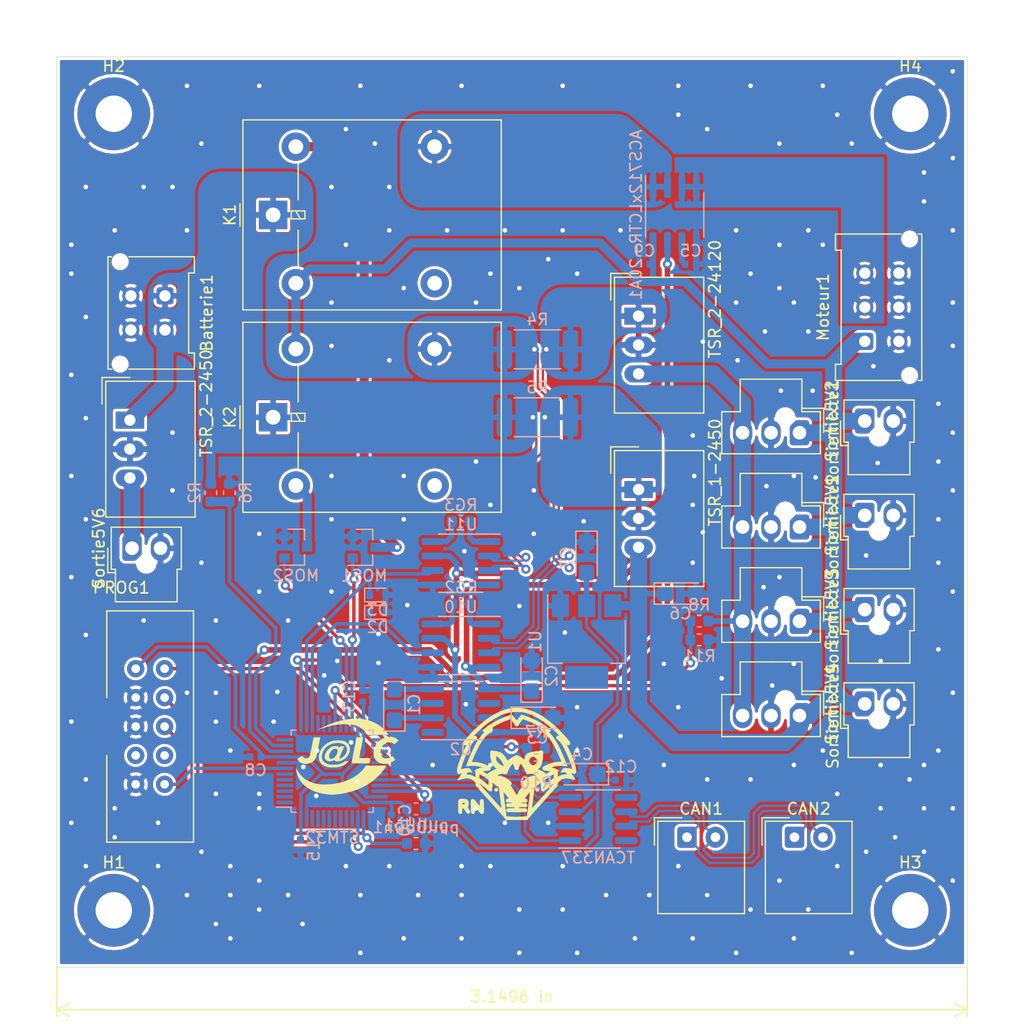
<source format=kicad_pcb>
(kicad_pcb (version 20171130) (host pcbnew "(5.1.5)-3")
  (layers (0 F.Cu signal) (31 B.Cu signal) (35 F.Paste user) (37 F.SilkS user) (38 B.Mask user) (39 F.Mask user) (44 Edge.Cuts user))
  (net 0 "")
  (net 1 +5V)
  (net 2 I_VBatt)
  (net 3 "Net-(ACS712xLCTR-20A1-Pad6)")
  (net 4 GND)
  (net 5 Out_VBatt)
  (net 6 "Net-(ACS712xLCTR-20A1-Pad1)")
  (net 7 VBatt)
  (net 8 "Net-(C1-Pad2)")
  (net 9 "Net-(C1-Pad1)")
  (net 10 -5V)
  (net 11 "Net-(C3-Pad1)")
  (net 12 3.3V)
  (net 13 I_12VDC)
  (net 14 I_5VDC)
  (net 15 "Net-(K2-Pad2)")
  (net 16 Relay_VBatt)
  (net 17 Relay_12V)
  (net 18 NRST)
  (net 19 "Net-(PROG1-Pad8)")
  (net 20 "Net-(PROG1-Pad7)")
  (net 21 SWO)
  (net 22 SWCLK)
  (net 23 SWDIO)
  (net 24 5VDCRasPi)
  (net 25 Mes_VBatt)
  (net 26 Mes_5VDC)
  (net 27 Mes_12VDC)
  (net 28 +12V)
  (net 29 "Net-(RG2-Pad2)")
  (net 30 "Net-(RG2-Pad1)")
  (net 31 "Net-(RG3-Pad2)")
  (net 32 "Net-(RG3-Pad1)")
  (net 33 "Net-(STM32-Pad44)")
  (net 34 "Net-(STM32-Pad43)")
  (net 35 "Net-(STM32-Pad42)")
  (net 36 "Net-(STM32-Pad41)")
  (net 37 "Net-(STM32-Pad40)")
  (net 38 "Net-(STM32-Pad39)")
  (net 39 Tx)
  (net 40 Rx)
  (net 41 "Net-(STM32-Pad31)")
  (net 42 "Net-(STM32-Pad30)")
  (net 43 "Net-(STM32-Pad29)")
  (net 44 "Net-(STM32-Pad28)")
  (net 45 "Net-(STM32-Pad27)")
  (net 46 "Net-(STM32-Pad26)")
  (net 47 "Net-(STM32-Pad25)")
  (net 48 "Net-(STM32-Pad20)")
  (net 49 "Net-(STM32-Pad17)")
  (net 50 "Net-(STM32-Pad12)")
  (net 51 "Net-(STM32-Pad6)")
  (net 52 "Net-(STM32-Pad5)")
  (net 53 "Net-(STM32-Pad4)")
  (net 54 "Net-(STM32-Pad3)")
  (net 55 "Net-(STM32-Pad2)")
  (net 56 "Net-(STM32-Pad1)")
  (net 57 "Net-(TCAN337-Pad8)")
  (net 58 "Net-(TCAN337-Pad5)")
  (net 59 "Net-(U2-Pad6)")
  (net 60 "Net-(U2-Pad1)")
  (net 61 "Net-(K1-Pad3)")
  (net 62 "Net-(K2-Pad3)")
  (net 63 "Net-(K1-Pad5)")
  (net 64 /AD12_P)
  (net 65 /AD12_N)
  (net 66 /AD5_N)
  (net 67 "Net-(STM32-Pad46)")
  (net 68 "Net-(STM32-Pad45)")
  (net 69 "Net-(STM32-Pad18)")
  (net 70 "Net-(STM32-Pad16)")
  (net 71 can_N)
  (net 72 can_P)
  (module logo:jlcpcb10x10 (layer F.Cu) (at 25.4 61.2)
    (fp_text reference G*** hide)
    (fp_text value LOGO hide)
  )
  (module logo:logoRobotechNancy10x10 (layer F.Cu) (at 40.4 62)
    (fp_text reference G*** hide)
    (fp_text value LOGO hide)
  )
  (module Connector_Molex:Molex_SPOX_5268-02A_1x02_P2.50mm_Horizontal (layer F.Cu) (at 64.822 68.58)
    (fp_text reference CAN2 (at 1.25 -2.5) (layer F.SilkS))
    (fp_text value "sortie CAN")
    (pad 2 thru_hole oval (at 2.5 0) (size 1.7 1.85) (drill 0.85) (layers *.Cu *.Mask) (net 71 can_N))
    (pad 1 thru_hole roundrect (at 0 0) (size 1.7 1.85) (drill 0.85) (layers *.Cu *.Mask) (roundrect_rratio 0.147059) (net 72 can_P))
  )
  (module Connector_Molex:Molex_SPOX_5268-02A_1x02_P2.50mm_Horizontal (layer F.Cu) (at 55.372 68.58)
    (fp_text reference CAN1 (at 1.25 -2.5) (layer F.SilkS))
    (fp_text value "sortie CAN")
    (pad 2 thru_hole oval (at 2.5 0) (size 1.7 1.85) (drill 0.85) (layers *.Cu *.Mask) (net 71 can_N))
    (pad 1 thru_hole roundrect (at 0 0) (size 1.7 1.85) (drill 0.85) (layers *.Cu *.Mask) (roundrect_rratio 0.147059) (net 72 can_P))
  )
  (module Connector_Molex:Molex_Nano-Fit_105309-xx02_1x02_P2.50mm_Vertical (layer F.Cu) (at 6.604 43.18 90)
    (fp_text reference Sortie5V6 (at 0 -2.92 90) (layer F.SilkS))
    (fp_text value "Sortie 5V")
    (pad "" np_thru_hole circle (at -1.34 1.25 90) (size 1.3 1.3) (drill 1.3) (layers *.Cu *.Mask))
    (pad 2 thru_hole oval (at 0 2.5 90) (size 2.2 1.7) (drill 1.2) (layers *.Cu *.Mask) (net 4 GND))
    (pad 1 thru_hole custom (at 0 0 90) (size 1.417157 1.417157) (drill 1.2) (layers *.Cu *.Mask) (net 24 5VDCRasPi) (options (clearance outline) (anchor circle)) (primitives (gr_poly (pts (xy -0.85 -0.6) (xy 0.85 -0.6) (xy 0.85 0.6) (xy -0.45 0.6) (xy -0.85 0.2)) (width 0.5))))
  )
  (module Capacitor_SMD:C_0402_1005Metric (layer B.Cu) (at 51.628 18.208 180)
    (fp_text reference C9 (at 0 1.17) (layer B.SilkS) (effects (justify mirror)))
    (fp_text value 1nF)
    (pad 2 smd roundrect (at 0.485 0 180) (size 0.59 0.64) (layers B.Cu B.Paste B.Mask) (net 4 GND))
    (pad 1 smd roundrect (at -0.485 0 180) (size 0.59 0.64) (layers B.Cu B.Paste B.Mask) (net 1 +5V))
  )
  (module Package_SO:SOIC-8_3.9x4.9mm_P1.27mm (layer B.Cu) (at 35.499 44.497 180)
    (fp_text reference U11 (at 0 3.4) (layer B.SilkS) (effects (justify mirror)))
    (fp_text value AD620)
    (pad 8 smd roundrect (at 2.475 1.905 180) (size 1.95 0.6) (layers B.Cu B.Paste B.Mask) (net 31 "Net-(RG3-Pad2)"))
    (pad 7 smd roundrect (at 2.475 0.635 180) (size 1.95 0.6) (layers B.Cu B.Paste B.Mask) (net 1 +5V))
    (pad 6 smd roundrect (at 2.475 -0.635 180) (size 1.95 0.6) (layers B.Cu B.Paste B.Mask) (net 14 I_5VDC))
    (pad 5 smd roundrect (at 2.475 -1.905 180) (size 1.95 0.6) (layers B.Cu B.Paste B.Mask) (net 4 GND))
    (pad 4 smd roundrect (at -2.475 -1.905 180) (size 1.95 0.6) (layers B.Cu B.Paste B.Mask) (net 10 -5V))
    (pad 3 smd roundrect (at -2.475 -0.635 180) (size 1.95 0.6) (layers B.Cu B.Paste B.Mask) (net 7 VBatt))
    (pad 2 smd roundrect (at -2.475 0.635 180) (size 1.95 0.6) (layers B.Cu B.Paste B.Mask) (net 66 /AD5_N))
    (pad 1 smd roundrect (at -2.475 1.905 180) (size 1.95 0.6) (layers B.Cu B.Paste B.Mask) (net 32 "Net-(RG3-Pad1)"))
  )
  (module Package_SO:SOIC-8_3.9x4.9mm_P1.27mm (layer B.Cu) (at 35.499 51.736 180)
    (fp_text reference U10 (at 0 3.4) (layer B.SilkS) (effects (justify mirror)))
    (fp_text value AD620)
    (pad 8 smd roundrect (at 2.475 1.905 180) (size 1.95 0.6) (layers B.Cu B.Paste B.Mask) (net 29 "Net-(RG2-Pad2)"))
    (pad 7 smd roundrect (at 2.475 0.635 180) (size 1.95 0.6) (layers B.Cu B.Paste B.Mask) (net 1 +5V))
    (pad 6 smd roundrect (at 2.475 -0.635 180) (size 1.95 0.6) (layers B.Cu B.Paste B.Mask) (net 13 I_12VDC))
    (pad 5 smd roundrect (at 2.475 -1.905 180) (size 1.95 0.6) (layers B.Cu B.Paste B.Mask) (net 4 GND))
    (pad 4 smd roundrect (at -2.475 -1.905 180) (size 1.95 0.6) (layers B.Cu B.Paste B.Mask) (net 10 -5V))
    (pad 3 smd roundrect (at -2.475 -0.635 180) (size 1.95 0.6) (layers B.Cu B.Paste B.Mask) (net 64 /AD12_P))
    (pad 2 smd roundrect (at -2.475 0.635 180) (size 1.95 0.6) (layers B.Cu B.Paste B.Mask) (net 65 /AD12_N))
    (pad 1 smd roundrect (at -2.475 1.905 180) (size 1.95 0.6) (layers B.Cu B.Paste B.Mask) (net 30 "Net-(RG2-Pad1)"))
  )
  (module Package_SO:SOIC-8_3.9x4.9mm_P1.27mm (layer B.Cu) (at 35.499 57.451)
    (fp_text reference U2 (at 0 3.4) (layer B.SilkS) (effects (justify mirror)))
    (fp_text value ICL7660)
    (pad 8 smd roundrect (at 2.475 1.905) (size 1.95 0.6) (layers B.Cu B.Paste B.Mask) (net 1 +5V))
    (pad 7 smd roundrect (at 2.475 0.635) (size 1.95 0.6) (layers B.Cu B.Paste B.Mask) (net 11 "Net-(C3-Pad1)"))
    (pad 6 smd roundrect (at 2.475 -0.635) (size 1.95 0.6) (layers B.Cu B.Paste B.Mask) (net 59 "Net-(U2-Pad6)"))
    (pad 5 smd roundrect (at 2.475 -1.905) (size 1.95 0.6) (layers B.Cu B.Paste B.Mask) (net 10 -5V))
    (pad 4 smd roundrect (at -2.475 -1.905) (size 1.95 0.6) (layers B.Cu B.Paste B.Mask) (net 8 "Net-(C1-Pad2)"))
    (pad 3 smd roundrect (at -2.475 -0.635) (size 1.95 0.6) (layers B.Cu B.Paste B.Mask) (net 4 GND))
    (pad 2 smd roundrect (at -2.475 0.635) (size 1.95 0.6) (layers B.Cu B.Paste B.Mask) (net 9 "Net-(C1-Pad1)"))
    (pad 1 smd roundrect (at -2.475 1.905) (size 1.95 0.6) (layers B.Cu B.Paste B.Mask) (net 60 "Net-(U2-Pad1)"))
  )
  (module Package_TO_SOT_SMD:SOT-223 (layer B.Cu) (at 46.548 51.38 270)
    (fp_text reference U1 (at 0 4.5 270) (layer B.SilkS) (effects (justify mirror)))
    (fp_text value LM1117-3.3)
    (pad 1 smd rect (at -3.15 2.3 270) (size 2 1.5) (layers B.Cu B.Paste B.Mask) (net 4 GND))
    (pad 3 smd rect (at -3.15 -2.3 270) (size 2 1.5) (layers B.Cu B.Paste B.Mask) (net 1 +5V))
    (pad 2 smd rect (at -3.15 0 270) (size 2 1.5) (layers B.Cu B.Paste B.Mask) (net 12 3.3V))
    (pad 4 smd rect (at 3.15 0 270) (size 2 3.8) (layers B.Cu B.Paste B.Mask))
  )
  (module Converter_DCDC:Converter_DCDC_TRACO_TSR-1_THT (layer F.Cu) (at 51.12 22.78 270)
    (fp_text reference TSR_2-24120 (at -1.5 -6.71 90) (layer F.SilkS))
    (fp_text value TSR_2-24120)
    (pad 3 thru_hole oval (at 5.08 0 270) (size 1.5 2.5) (drill 1) (layers *.Cu *.Mask) (net 28 +12V))
    (pad 2 thru_hole oval (at 2.54 0 270) (size 1.5 2.5) (drill 1) (layers *.Cu *.Mask) (net 4 GND))
    (pad 1 thru_hole rect (at 0 0 270) (size 1.5 2.5) (drill 1) (layers *.Cu *.Mask) (net 65 /AD12_N))
  )
  (module Converter_DCDC:Converter_DCDC_TRACO_TSR-1_THT (layer F.Cu) (at 6.416 31.924 270)
    (fp_text reference TSR_2-2450 (at -1.5 -6.71 90) (layer F.SilkS))
    (fp_text value TSR_2-2450)
    (pad 3 thru_hole oval (at 5.08 0 270) (size 1.5 2.5) (drill 1) (layers *.Cu *.Mask) (net 24 5VDCRasPi))
    (pad 2 thru_hole oval (at 2.54 0 270) (size 1.5 2.5) (drill 1) (layers *.Cu *.Mask) (net 4 GND))
    (pad 1 thru_hole rect (at 0 0 270) (size 1.5 2.5) (drill 1) (layers *.Cu *.Mask) (net 7 VBatt))
  )
  (module Converter_DCDC:Converter_DCDC_TRACO_TSR-1_THT (layer F.Cu) (at 51.12 38.02 270)
    (fp_text reference TSR_1-2450 (at -1.5 -6.71 90) (layer F.SilkS))
    (fp_text value TSR_1-2450)
    (pad 3 thru_hole oval (at 5.08 0 270) (size 1.5 2.5) (drill 1) (layers *.Cu *.Mask) (net 1 +5V))
    (pad 2 thru_hole oval (at 2.54 0 270) (size 1.5 2.5) (drill 1) (layers *.Cu *.Mask) (net 4 GND))
    (pad 1 thru_hole rect (at 0 0 270) (size 1.5 2.5) (drill 1) (layers *.Cu *.Mask) (net 66 /AD5_N))
  )
  (module Package_SO:SOIC-8_3.9x4.9mm_P1.27mm (layer B.Cu) (at 47.564 66.976)
    (fp_text reference TCAN337 (at 0 3.4) (layer B.SilkS) (effects (justify mirror)))
    (fp_text value TCAN337)
    (pad 8 smd roundrect (at 2.475 1.905) (size 1.95 0.6) (layers B.Cu B.Paste B.Mask) (net 57 "Net-(TCAN337-Pad8)"))
    (pad 7 smd roundrect (at 2.475 0.635) (size 1.95 0.6) (layers B.Cu B.Paste B.Mask) (net 72 can_P))
    (pad 6 smd roundrect (at 2.475 -0.635) (size 1.95 0.6) (layers B.Cu B.Paste B.Mask) (net 71 can_N))
    (pad 5 smd roundrect (at 2.475 -1.905) (size 1.95 0.6) (layers B.Cu B.Paste B.Mask) (net 58 "Net-(TCAN337-Pad5)"))
    (pad 4 smd roundrect (at -2.475 -1.905) (size 1.95 0.6) (layers B.Cu B.Paste B.Mask) (net 40 Rx))
    (pad 3 smd roundrect (at -2.475 -0.635) (size 1.95 0.6) (layers B.Cu B.Paste B.Mask) (net 12 3.3V))
    (pad 2 smd roundrect (at -2.475 0.635) (size 1.95 0.6) (layers B.Cu B.Paste B.Mask) (net 4 GND))
    (pad 1 smd roundrect (at -2.475 1.905) (size 1.95 0.6) (layers B.Cu B.Paste B.Mask) (net 39 Tx))
  )
  (module Package_QFP:LQFP-48_7x7mm_P0.5mm (layer B.Cu) (at 24.196 62.773)
    (fp_text reference STM32 (at 0 5.85) (layer B.SilkS) (effects (justify mirror)))
    (fp_text value STM32F103C8Tx)
    (pad 48 smd roundrect (at -2.75 4.1625) (size 0.3 1.475) (layers B.Cu B.Paste B.Mask) (net 12 3.3V))
    (pad 47 smd roundrect (at -2.25 4.1625) (size 0.3 1.475) (layers B.Cu B.Paste B.Mask) (net 4 GND))
    (pad 46 smd roundrect (at -1.75 4.1625) (size 0.3 1.475) (layers B.Cu B.Paste B.Mask) (net 67 "Net-(STM32-Pad46)"))
    (pad 45 smd roundrect (at -1.25 4.1625) (size 0.3 1.475) (layers B.Cu B.Paste B.Mask) (net 68 "Net-(STM32-Pad45)"))
    (pad 44 smd roundrect (at -0.75 4.1625) (size 0.3 1.475) (layers B.Cu B.Paste B.Mask) (net 33 "Net-(STM32-Pad44)"))
    (pad 43 smd roundrect (at -0.25 4.1625) (size 0.3 1.475) (layers B.Cu B.Paste B.Mask) (net 34 "Net-(STM32-Pad43)"))
    (pad 42 smd roundrect (at 0.25 4.1625) (size 0.3 1.475) (layers B.Cu B.Paste B.Mask) (net 35 "Net-(STM32-Pad42)"))
    (pad 41 smd roundrect (at 0.75 4.1625) (size 0.3 1.475) (layers B.Cu B.Paste B.Mask) (net 36 "Net-(STM32-Pad41)"))
    (pad 40 smd roundrect (at 1.25 4.1625) (size 0.3 1.475) (layers B.Cu B.Paste B.Mask) (net 37 "Net-(STM32-Pad40)"))
    (pad 39 smd roundrect (at 1.75 4.1625) (size 0.3 1.475) (layers B.Cu B.Paste B.Mask) (net 38 "Net-(STM32-Pad39)"))
    (pad 38 smd roundrect (at 2.25 4.1625) (size 0.3 1.475) (layers B.Cu B.Paste B.Mask) (net 21 SWO))
    (pad 37 smd roundrect (at 2.75 4.1625) (size 0.3 1.475) (layers B.Cu B.Paste B.Mask) (net 22 SWCLK))
    (pad 36 smd roundrect (at 4.1625 2.75) (size 1.475 0.3) (layers B.Cu B.Paste B.Mask) (net 12 3.3V))
    (pad 35 smd roundrect (at 4.1625 2.25) (size 1.475 0.3) (layers B.Cu B.Paste B.Mask) (net 4 GND))
    (pad 34 smd roundrect (at 4.1625 1.75) (size 1.475 0.3) (layers B.Cu B.Paste B.Mask) (net 23 SWDIO))
    (pad 33 smd roundrect (at 4.1625 1.25) (size 1.475 0.3) (layers B.Cu B.Paste B.Mask) (net 39 Tx))
    (pad 32 smd roundrect (at 4.1625 0.75) (size 1.475 0.3) (layers B.Cu B.Paste B.Mask) (net 40 Rx))
    (pad 31 smd roundrect (at 4.1625 0.25) (size 1.475 0.3) (layers B.Cu B.Paste B.Mask) (net 41 "Net-(STM32-Pad31)"))
    (pad 30 smd roundrect (at 4.1625 -0.25) (size 1.475 0.3) (layers B.Cu B.Paste B.Mask) (net 42 "Net-(STM32-Pad30)"))
    (pad 29 smd roundrect (at 4.1625 -0.75) (size 1.475 0.3) (layers B.Cu B.Paste B.Mask) (net 43 "Net-(STM32-Pad29)"))
    (pad 28 smd roundrect (at 4.1625 -1.25) (size 1.475 0.3) (layers B.Cu B.Paste B.Mask) (net 44 "Net-(STM32-Pad28)"))
    (pad 27 smd roundrect (at 4.1625 -1.75) (size 1.475 0.3) (layers B.Cu B.Paste B.Mask) (net 45 "Net-(STM32-Pad27)"))
    (pad 26 smd roundrect (at 4.1625 -2.25) (size 1.475 0.3) (layers B.Cu B.Paste B.Mask) (net 46 "Net-(STM32-Pad26)"))
    (pad 25 smd roundrect (at 4.1625 -2.75) (size 1.475 0.3) (layers B.Cu B.Paste B.Mask) (net 47 "Net-(STM32-Pad25)"))
    (pad 24 smd roundrect (at 2.75 -4.1625) (size 0.3 1.475) (layers B.Cu B.Paste B.Mask) (net 12 3.3V))
    (pad 23 smd roundrect (at 2.25 -4.1625) (size 0.3 1.475) (layers B.Cu B.Paste B.Mask) (net 4 GND))
    (pad 22 smd roundrect (at 1.75 -4.1625) (size 0.3 1.475) (layers B.Cu B.Paste B.Mask) (net 16 Relay_VBatt))
    (pad 21 smd roundrect (at 1.25 -4.1625) (size 0.3 1.475) (layers B.Cu B.Paste B.Mask) (net 17 Relay_12V))
    (pad 20 smd roundrect (at 0.75 -4.1625) (size 0.3 1.475) (layers B.Cu B.Paste B.Mask) (net 48 "Net-(STM32-Pad20)"))
    (pad 19 smd roundrect (at 0.25 -4.1625) (size 0.3 1.475) (layers B.Cu B.Paste B.Mask) (net 26 Mes_5VDC))
    (pad 18 smd roundrect (at -0.25 -4.1625) (size 0.3 1.475) (layers B.Cu B.Paste B.Mask) (net 69 "Net-(STM32-Pad18)"))
    (pad 17 smd roundrect (at -0.75 -4.1625) (size 0.3 1.475) (layers B.Cu B.Paste B.Mask) (net 49 "Net-(STM32-Pad17)"))
    (pad 16 smd roundrect (at -1.25 -4.1625) (size 0.3 1.475) (layers B.Cu B.Paste B.Mask) (net 70 "Net-(STM32-Pad16)"))
    (pad 15 smd roundrect (at -1.75 -4.1625) (size 0.3 1.475) (layers B.Cu B.Paste B.Mask) (net 13 I_12VDC))
    (pad 14 smd roundrect (at -2.25 -4.1625) (size 0.3 1.475) (layers B.Cu B.Paste B.Mask) (net 14 I_5VDC))
    (pad 13 smd roundrect (at -2.75 -4.1625) (size 0.3 1.475) (layers B.Cu B.Paste B.Mask) (net 27 Mes_12VDC))
    (pad 12 smd roundrect (at -4.1625 -2.75) (size 1.475 0.3) (layers B.Cu B.Paste B.Mask) (net 50 "Net-(STM32-Pad12)"))
    (pad 11 smd roundrect (at -4.1625 -2.25) (size 1.475 0.3) (layers B.Cu B.Paste B.Mask) (net 25 Mes_VBatt))
    (pad 10 smd roundrect (at -4.1625 -1.75) (size 1.475 0.3) (layers B.Cu B.Paste B.Mask) (net 2 I_VBatt))
    (pad 9 smd roundrect (at -4.1625 -1.25) (size 1.475 0.3) (layers B.Cu B.Paste B.Mask) (net 12 3.3V))
    (pad 8 smd roundrect (at -4.1625 -0.75) (size 1.475 0.3) (layers B.Cu B.Paste B.Mask) (net 4 GND))
    (pad 7 smd roundrect (at -4.1625 -0.25) (size 1.475 0.3) (layers B.Cu B.Paste B.Mask) (net 18 NRST))
    (pad 6 smd roundrect (at -4.1625 0.25) (size 1.475 0.3) (layers B.Cu B.Paste B.Mask) (net 51 "Net-(STM32-Pad6)"))
    (pad 5 smd roundrect (at -4.1625 0.75) (size 1.475 0.3) (layers B.Cu B.Paste B.Mask) (net 52 "Net-(STM32-Pad5)"))
    (pad 4 smd roundrect (at -4.1625 1.25) (size 1.475 0.3) (layers B.Cu B.Paste B.Mask) (net 53 "Net-(STM32-Pad4)"))
    (pad 3 smd roundrect (at -4.1625 1.75) (size 1.475 0.3) (layers B.Cu B.Paste B.Mask) (net 54 "Net-(STM32-Pad3)"))
    (pad 2 smd roundrect (at -4.1625 2.25) (size 1.475 0.3) (layers B.Cu B.Paste B.Mask) (net 55 "Net-(STM32-Pad2)"))
    (pad 1 smd roundrect (at -4.1625 2.75) (size 1.475 0.3) (layers B.Cu B.Paste B.Mask) (net 56 "Net-(STM32-Pad1)"))
  )
  (module Connector_Molex:Molex_Nano-Fit_105309-xx03_1x03_P2.50mm_Vertical (layer F.Cu) (at 65.26 57.885 270)
    (fp_text reference Sortiemixte4 (at 0 -2.92 90) (layer F.SilkS))
    (fp_text value "Sortie mixte")
    (pad "" np_thru_hole circle (at -1.34 1.25 270) (size 1.3 1.3) (drill 1.3) (layers *.Cu *.Mask))
    (pad 3 thru_hole oval (at 0 5 270) (size 2.2 1.7) (drill 1.2) (layers *.Cu *.Mask) (net 28 +12V))
    (pad 2 thru_hole oval (at 0 2.5 270) (size 2.2 1.7) (drill 1.2) (layers *.Cu *.Mask) (net 4 GND))
    (pad 1 thru_hole custom (at 0 0 270) (size 1.417157 1.417157) (drill 1.2) (layers *.Cu *.Mask) (net 1 +5V) (options (clearance outline) (anchor circle)) (primitives (gr_poly (pts (xy -0.85 -0.6) (xy 0.85 -0.6) (xy 0.85 0.6) (xy -0.45 0.6) (xy -0.85 0.2)) (width 0.5))))
  )
  (module Connector_Molex:Molex_Nano-Fit_105309-xx03_1x03_P2.50mm_Vertical (layer F.Cu) (at 65.26 49.6 270)
    (fp_text reference Sortiemixte3 (at 0 -2.92 90) (layer F.SilkS))
    (fp_text value "Sortie mixte")
    (pad "" np_thru_hole circle (at -1.34 1.25 270) (size 1.3 1.3) (drill 1.3) (layers *.Cu *.Mask))
    (pad 3 thru_hole oval (at 0 5 270) (size 2.2 1.7) (drill 1.2) (layers *.Cu *.Mask) (net 28 +12V))
    (pad 2 thru_hole oval (at 0 2.5 270) (size 2.2 1.7) (drill 1.2) (layers *.Cu *.Mask) (net 4 GND))
    (pad 1 thru_hole custom (at 0 0 270) (size 1.417157 1.417157) (drill 1.2) (layers *.Cu *.Mask) (net 1 +5V) (options (clearance outline) (anchor circle)) (primitives (gr_poly (pts (xy -0.85 -0.6) (xy 0.85 -0.6) (xy 0.85 0.6) (xy -0.45 0.6) (xy -0.85 0.2)) (width 0.5))))
  )
  (module Connector_Molex:Molex_Nano-Fit_105309-xx03_1x03_P2.50mm_Vertical (layer F.Cu) (at 65.26 41.315 270)
    (fp_text reference Sortiemixte2 (at 0 -2.92 90) (layer F.SilkS))
    (fp_text value "Sortie mixte")
    (pad "" np_thru_hole circle (at -1.34 1.25 270) (size 1.3 1.3) (drill 1.3) (layers *.Cu *.Mask))
    (pad 3 thru_hole oval (at 0 5 270) (size 2.2 1.7) (drill 1.2) (layers *.Cu *.Mask) (net 28 +12V))
    (pad 2 thru_hole oval (at 0 2.5 270) (size 2.2 1.7) (drill 1.2) (layers *.Cu *.Mask) (net 4 GND))
    (pad 1 thru_hole custom (at 0 0 270) (size 1.417157 1.417157) (drill 1.2) (layers *.Cu *.Mask) (net 1 +5V) (options (clearance outline) (anchor circle)) (primitives (gr_poly (pts (xy -0.85 -0.6) (xy 0.85 -0.6) (xy 0.85 0.6) (xy -0.45 0.6) (xy -0.85 0.2)) (width 0.5))))
  )
  (module Connector_Molex:Molex_Nano-Fit_105309-xx03_1x03_P2.50mm_Vertical (layer F.Cu) (at 65.26 33.03 270)
    (fp_text reference Sortiemixte1 (at 0 -2.92 90) (layer F.SilkS))
    (fp_text value "Sortie mixte")
    (pad "" np_thru_hole circle (at -1.34 1.25 270) (size 1.3 1.3) (drill 1.3) (layers *.Cu *.Mask))
    (pad 3 thru_hole oval (at 0 5 270) (size 2.2 1.7) (drill 1.2) (layers *.Cu *.Mask) (net 28 +12V))
    (pad 2 thru_hole oval (at 0 2.5 270) (size 2.2 1.7) (drill 1.2) (layers *.Cu *.Mask) (net 4 GND))
    (pad 1 thru_hole custom (at 0 0 270) (size 1.417157 1.417157) (drill 1.2) (layers *.Cu *.Mask) (net 1 +5V) (options (clearance outline) (anchor circle)) (primitives (gr_poly (pts (xy -0.85 -0.6) (xy 0.85 -0.6) (xy 0.85 0.6) (xy -0.45 0.6) (xy -0.85 0.2)) (width 0.5))))
  )
  (module Connector_Molex:Molex_Nano-Fit_105309-xx02_1x02_P2.50mm_Vertical (layer F.Cu) (at 71 56.86 90)
    (fp_text reference Sortie5V4 (at 0 -2.92 90) (layer F.SilkS))
    (fp_text value "Sortie 5V")
    (pad "" np_thru_hole circle (at -1.34 1.25 90) (size 1.3 1.3) (drill 1.3) (layers *.Cu *.Mask))
    (pad 2 thru_hole oval (at 0 2.5 90) (size 2.2 1.7) (drill 1.2) (layers *.Cu *.Mask) (net 4 GND))
    (pad 1 thru_hole custom (at 0 0 90) (size 1.417157 1.417157) (drill 1.2) (layers *.Cu *.Mask) (net 1 +5V) (options (clearance outline) (anchor circle)) (primitives (gr_poly (pts (xy -0.85 -0.6) (xy 0.85 -0.6) (xy 0.85 0.6) (xy -0.45 0.6) (xy -0.85 0.2)) (width 0.5))))
  )
  (module Connector_Molex:Molex_Nano-Fit_105309-xx02_1x02_P2.50mm_Vertical (layer F.Cu) (at 71 48.575 90)
    (fp_text reference Sortie5V3 (at 0 -2.92 90) (layer F.SilkS))
    (fp_text value "Sortie 5V")
    (pad "" np_thru_hole circle (at -1.34 1.25 90) (size 1.3 1.3) (drill 1.3) (layers *.Cu *.Mask))
    (pad 2 thru_hole oval (at 0 2.5 90) (size 2.2 1.7) (drill 1.2) (layers *.Cu *.Mask) (net 4 GND))
    (pad 1 thru_hole custom (at 0 0 90) (size 1.417157 1.417157) (drill 1.2) (layers *.Cu *.Mask) (net 1 +5V) (options (clearance outline) (anchor circle)) (primitives (gr_poly (pts (xy -0.85 -0.6) (xy 0.85 -0.6) (xy 0.85 0.6) (xy -0.45 0.6) (xy -0.85 0.2)) (width 0.5))))
  )
  (module Connector_Molex:Molex_Nano-Fit_105309-xx02_1x02_P2.50mm_Vertical (layer F.Cu) (at 71 32.005 90)
    (fp_text reference Sortie5V2 (at 0 -2.92 90) (layer F.SilkS))
    (fp_text value "Sortie 5V")
    (pad "" np_thru_hole circle (at -1.34 1.25 90) (size 1.3 1.3) (drill 1.3) (layers *.Cu *.Mask))
    (pad 2 thru_hole oval (at 0 2.5 90) (size 2.2 1.7) (drill 1.2) (layers *.Cu *.Mask) (net 4 GND))
    (pad 1 thru_hole custom (at 0 0 90) (size 1.417157 1.417157) (drill 1.2) (layers *.Cu *.Mask) (net 1 +5V) (options (clearance outline) (anchor circle)) (primitives (gr_poly (pts (xy -0.85 -0.6) (xy 0.85 -0.6) (xy 0.85 0.6) (xy -0.45 0.6) (xy -0.85 0.2)) (width 0.5))))
  )
  (module Connector_Molex:Molex_Nano-Fit_105309-xx02_1x02_P2.50mm_Vertical (layer F.Cu) (at 71 40.29 90)
    (fp_text reference Sortie5V1 (at 0 -2.92 90) (layer F.SilkS))
    (fp_text value "Sortie 5V")
    (pad "" np_thru_hole circle (at -1.34 1.25 90) (size 1.3 1.3) (drill 1.3) (layers *.Cu *.Mask))
    (pad 2 thru_hole oval (at 0 2.5 90) (size 2.2 1.7) (drill 1.2) (layers *.Cu *.Mask) (net 4 GND))
    (pad 1 thru_hole custom (at 0 0 90) (size 1.417157 1.417157) (drill 1.2) (layers *.Cu *.Mask) (net 1 +5V) (options (clearance outline) (anchor circle)) (primitives (gr_poly (pts (xy -0.85 -0.6) (xy 0.85 -0.6) (xy 0.85 0.6) (xy -0.45 0.6) (xy -0.85 0.2)) (width 0.5))))
  )
  (module Resistor_SMD:R_0603_1608Metric (layer B.Cu) (at 35.499 40.814 180)
    (fp_text reference RG3 (at 0 1.43 180) (layer B.SilkS) (effects (justify mirror)))
    (fp_text value 560)
    (pad 2 smd roundrect (at 0.7875 0 180) (size 0.875 0.95) (layers B.Cu B.Paste B.Mask) (net 31 "Net-(RG3-Pad2)"))
    (pad 1 smd roundrect (at -0.7875 0 180) (size 0.875 0.95) (layers B.Cu B.Paste B.Mask) (net 32 "Net-(RG3-Pad1)"))
  )
  (module Resistor_SMD:R_0603_1608Metric (layer B.Cu) (at 35.5245 48.053 180)
    (fp_text reference RG2 (at 0 1.43) (layer B.SilkS) (effects (justify mirror)))
    (fp_text value 1150)
    (pad 2 smd roundrect (at 0.7875 0 180) (size 0.875 0.95) (layers B.Cu B.Paste B.Mask) (net 29 "Net-(RG2-Pad2)"))
    (pad 1 smd roundrect (at -0.7875 0 180) (size 0.875 0.95) (layers B.Cu B.Paste B.Mask) (net 30 "Net-(RG2-Pad1)"))
  )
  (module Resistor_SMD:R_0603_1608Metric (layer B.Cu) (at 56.454 51.228)
    (fp_text reference R11 (at 0 1.43) (layer B.SilkS) (effects (justify mirror)))
    (fp_text value 20k)
    (pad 2 smd roundrect (at 0.7875 0) (size 0.875 0.95) (layers B.Cu B.Paste B.Mask) (net 4 GND))
    (pad 1 smd roundrect (at -0.7875 0) (size 0.875 0.95) (layers B.Cu B.Paste B.Mask) (net 27 Mes_12VDC))
  )
  (module Resistor_SMD:R_0603_1608Metric (layer B.Cu) (at 42.103 62.404)
    (fp_text reference R10 (at 0 1.43) (layer B.SilkS) (effects (justify mirror)))
    (fp_text value 20k)
    (pad 2 smd roundrect (at 0.7875 0) (size 0.875 0.95) (layers B.Cu B.Paste B.Mask) (net 4 GND))
    (pad 1 smd roundrect (at -0.7875 0) (size 0.875 0.95) (layers B.Cu B.Paste B.Mask) (net 26 Mes_5VDC))
  )
  (module Resistor_SMD:R_0603_1608Metric (layer B.Cu) (at 56.454 49.577 180)
    (fp_text reference R8 (at 0 1.43) (layer B.SilkS) (effects (justify mirror)))
    (fp_text value 56k)
    (pad 2 smd roundrect (at 0.7875 0 180) (size 0.875 0.95) (layers B.Cu B.Paste B.Mask) (net 27 Mes_12VDC))
    (pad 1 smd roundrect (at -0.7875 0 180) (size 0.875 0.95) (layers B.Cu B.Paste B.Mask) (net 28 +12V))
  )
  (module Resistor_SMD:R_0603_1608Metric (layer B.Cu) (at 42.103 60.753 180)
    (fp_text reference R7 (at 0 1.43) (layer B.SilkS) (effects (justify mirror)))
    (fp_text value 10k)
    (pad 2 smd roundrect (at 0.7875 0 180) (size 0.875 0.95) (layers B.Cu B.Paste B.Mask) (net 26 Mes_5VDC))
    (pad 1 smd roundrect (at -0.7875 0 180) (size 0.875 0.95) (layers B.Cu B.Paste B.Mask) (net 1 +5V))
  )
  (module Resistor_SMD:R_0603_1608Metric (layer B.Cu) (at 15.159 38.2995 90)
    (fp_text reference R6 (at 0 1.43 270) (layer B.SilkS) (effects (justify mirror)))
    (fp_text value 10k)
    (pad 2 smd roundrect (at 0.7875 0 90) (size 0.875 0.95) (layers B.Cu B.Paste B.Mask) (net 4 GND))
    (pad 1 smd roundrect (at -0.7875 0 90) (size 0.875 0.95) (layers B.Cu B.Paste B.Mask) (net 25 Mes_VBatt))
  )
  (module Resistor_SMD:R_2512_6332Metric (layer B.Cu) (at 42.23 31.67 180)
    (fp_text reference R5 (at 0 2.62) (layer B.SilkS) (effects (justify mirror)))
    (fp_text value 0.035)
    (pad 2 smd roundrect (at 2.9 0 180) (size 1.35 3.35) (layers B.Cu B.Paste B.Mask) (roundrect_rratio 0.185185) (net 7 VBatt))
    (pad 1 smd roundrect (at -2.9 0 180) (size 1.35 3.35) (layers B.Cu B.Paste B.Mask) (roundrect_rratio 0.185185) (net 66 /AD5_N))
  )
  (module Resistor_SMD:R_2512_6332Metric (layer B.Cu) (at 42.23 25.7 180)
    (fp_text reference R4 (at 0 2.62) (layer B.SilkS) (effects (justify mirror)))
    (fp_text value 0.035)
    (pad 2 smd roundrect (at 2.9 0 180) (size 1.35 3.35) (layers B.Cu B.Paste B.Mask) (roundrect_rratio 0.185185) (net 64 /AD12_P))
    (pad 1 smd roundrect (at -2.9 0 180) (size 1.35 3.35) (layers B.Cu B.Paste B.Mask) (roundrect_rratio 0.185185) (net 65 /AD12_N))
  )
  (module Resistor_SMD:R_0603_1608Metric (layer B.Cu) (at 13.528 38.2995 270)
    (fp_text reference R2 (at 0 1.43 270) (layer B.SilkS) (effects (justify mirror)))
    (fp_text value 90k)
    (pad 2 smd roundrect (at 0.7875 0 270) (size 0.875 0.95) (layers B.Cu B.Paste B.Mask) (net 25 Mes_VBatt))
    (pad 1 smd roundrect (at -0.7875 0 270) (size 0.875 0.95) (layers B.Cu B.Paste B.Mask) (net 7 VBatt))
  )
  (module Resistor_SMD:R_0603_1608Metric (layer B.Cu) (at 31.562 66.087)
    (fp_text reference pullUp1 (at 0 1.43) (layer B.SilkS) (effects (justify mirror)))
    (fp_text value 1k)
    (pad 2 smd roundrect (at 0.7875 0) (size 0.875 0.95) (layers B.Cu B.Paste B.Mask) (net 23 SWDIO))
    (pad 1 smd roundrect (at -0.7875 0) (size 0.875 0.95) (layers B.Cu B.Paste B.Mask) (net 12 3.3V))
  )
  (module Resistor_SMD:R_0603_1608Metric (layer B.Cu) (at 31.562 69.135 180)
    (fp_text reference pullDown1 (at 0 1.43) (layer B.SilkS) (effects (justify mirror)))
    (fp_text value 1k)
    (pad 2 smd roundrect (at 0.7875 0 180) (size 0.875 0.95) (layers B.Cu B.Paste B.Mask) (net 22 SWCLK))
    (pad 1 smd roundrect (at -0.7875 0 180) (size 0.875 0.95) (layers B.Cu B.Paste B.Mask) (net 4 GND))
  )
  (module Connecteurs:JTAG10 (layer F.Cu) (at 6.924 53.768)
    (fp_text reference PROG1 (at -1.27 -7.12) (layer F.SilkS))
    (fp_text value STM32_SW)
    (pad 10 thru_hole circle (at 2.54 10.16) (size 1.524 1.524) (drill 0.762) (layers *.Cu *.Mask) (net 18 NRST))
    (pad 9 thru_hole circle (at 0 10.16) (size 1.524 1.524) (drill 0.762) (layers *.Cu *.Mask) (net 4 GND))
    (pad 8 thru_hole circle (at 2.54 7.62) (size 1.524 1.524) (drill 0.762) (layers *.Cu *.Mask) (net 19 "Net-(PROG1-Pad8)"))
    (pad 7 thru_hole circle (at 0 7.62) (size 1.524 1.524) (drill 0.762) (layers *.Cu *.Mask) (net 20 "Net-(PROG1-Pad7)"))
    (pad 6 thru_hole circle (at 2.54 5.08) (size 1.524 1.524) (drill 0.762) (layers *.Cu *.Mask) (net 21 SWO))
    (pad 5 thru_hole circle (at 0 5.08) (size 1.524 1.524) (drill 0.762) (layers *.Cu *.Mask) (net 4 GND))
    (pad 4 thru_hole circle (at 2.54 2.54) (size 1.524 1.524) (drill 0.762) (layers *.Cu *.Mask) (net 22 SWCLK))
    (pad 3 thru_hole circle (at 0 2.54) (size 1.524 1.524) (drill 0.762) (layers *.Cu *.Mask) (net 4 GND))
    (pad 2 thru_hole circle (at 2.54 0) (size 1.524 1.524) (drill 0.762) (layers *.Cu *.Mask) (net 23 SWDIO))
    (pad 1 thru_hole circle (at 0 0) (size 1.524 1.524) (drill 0.762) (layers *.Cu *.Mask) (net 12 3.3V))
  )
  (module Connector_Molex:Molex_Micro-Fit_3.0_43045-0612_2x03_P3.00mm_Vertical (layer F.Cu) (at 71 25 90)
    (fp_text reference Moteur1 (at 3 -3.67 90) (layer F.SilkS))
    (fp_text value Moteur)
    (pad 6 thru_hole circle (at 6 3 90) (size 1.5 1.5) (drill 1) (layers *.Cu *.Mask) (net 4 GND))
    (pad 5 thru_hole circle (at 3 3 90) (size 1.5 1.5) (drill 1) (layers *.Cu *.Mask) (net 4 GND))
    (pad 4 thru_hole circle (at 0 3 90) (size 1.5 1.5) (drill 1) (layers *.Cu *.Mask) (net 4 GND))
    (pad 3 thru_hole circle (at 6 0 90) (size 1.5 1.5) (drill 1) (layers *.Cu *.Mask) (net 5 Out_VBatt))
    (pad 2 thru_hole circle (at 3 0 90) (size 1.5 1.5) (drill 1) (layers *.Cu *.Mask) (net 5 Out_VBatt))
    (pad 1 thru_hole roundrect (at 0 0 90) (size 1.5 1.5) (drill 1) (layers *.Cu *.Mask) (roundrect_rratio 0.166667) (net 1 +5V))
    (pad "" np_thru_hole circle (at 9 3.94 90) (size 1 1) (drill 1) (layers *.Cu *.Mask))
    (pad "" np_thru_hole circle (at -3 3.94 90) (size 1 1) (drill 1) (layers *.Cu *.Mask))
  )
  (module Package_TO_SOT_SMD:SOT-23 (layer B.Cu) (at 21 43.084)
    (fp_text reference MOS2 (at 0 2.5 180) (layer B.SilkS) (effects (justify mirror)))
    (fp_text value 2N7002)
    (pad 3 smd rect (at 1 0) (size 0.9 0.8) (layers B.Cu B.Paste B.Mask) (net 15 "Net-(K2-Pad2)"))
    (pad 2 smd rect (at -1 -0.95) (size 0.9 0.8) (layers B.Cu B.Paste B.Mask) (net 4 GND))
    (pad 1 smd rect (at -1 0.95) (size 0.9 0.8) (layers B.Cu B.Paste B.Mask) (net 17 Relay_12V))
  )
  (module Package_TO_SOT_SMD:SOT-23 (layer B.Cu) (at 27 43.1)
    (fp_text reference MOS1 (at 0 2.5 180) (layer B.SilkS) (effects (justify mirror)))
    (fp_text value 2N7002)
    (pad 3 smd rect (at 1 0) (size 0.9 0.8) (layers B.Cu B.Paste B.Mask) (net 63 "Net-(K1-Pad5)"))
    (pad 2 smd rect (at -1 -0.95) (size 0.9 0.8) (layers B.Cu B.Paste B.Mask) (net 4 GND))
    (pad 1 smd rect (at -1 0.95) (size 0.9 0.8) (layers B.Cu B.Paste B.Mask) (net 16 Relay_VBatt))
  )
  (module Relay_THT:Relay_SPDT_Omron-G5LE-1 (layer F.Cu) (at 19 31.67 90)
    (fp_text reference K2 (at 0 -3.8 90) (layer F.SilkS))
    (fp_text value G5LE-1)
    (pad 5 thru_hole oval (at 6 2 90) (size 2.5 2.5) (drill 1.3) (layers *.Cu *.Mask) (net 1 +5V))
    (pad 4 thru_hole oval (at 6 14.2 90) (size 2.5 2.5) (drill 1.3) (layers *.Cu *.Mask) (net 64 /AD12_P))
    (pad 3 thru_hole oval (at -6 14.2 90) (size 2.5 2.5) (drill 1.3) (layers *.Cu *.Mask) (net 62 "Net-(K2-Pad3)"))
    (pad 2 thru_hole oval (at -6 2 90) (size 2.5 2.5) (drill 1.3) (layers *.Cu *.Mask) (net 15 "Net-(K2-Pad2)"))
    (pad 1 thru_hole rect (at 0 0 90) (size 2.5 2.5) (drill 1.3) (layers *.Cu *.Mask) (net 7 VBatt))
  )
  (module Relay_THT:Relay_SPDT_Omron-G5LE-1 (layer F.Cu) (at 19 13.89 90)
    (fp_text reference K1 (at 0 -3.8 90) (layer F.SilkS))
    (fp_text value G5LE-1)
    (pad 5 thru_hole oval (at 6 2 90) (size 2.5 2.5) (drill 1.3) (layers *.Cu *.Mask) (net 63 "Net-(K1-Pad5)"))
    (pad 4 thru_hole oval (at 6 14.2 90) (size 2.5 2.5) (drill 1.3) (layers *.Cu *.Mask) (net 6 "Net-(ACS712xLCTR-20A1-Pad1)"))
    (pad 3 thru_hole oval (at -6 14.2 90) (size 2.5 2.5) (drill 1.3) (layers *.Cu *.Mask) (net 61 "Net-(K1-Pad3)"))
    (pad 2 thru_hole oval (at -6 2 90) (size 2.5 2.5) (drill 1.3) (layers *.Cu *.Mask) (net 1 +5V))
    (pad 1 thru_hole rect (at 0 0 90) (size 2.5 2.5) (drill 1.3) (layers *.Cu *.Mask) (net 7 VBatt))
  )
  (module MountingHole:MountingHole_3.2mm_M3_Pad (layer F.Cu) (at 75 5)
    (fp_text reference H4 (at 0 -4.2) (layer F.SilkS))
    (fp_text value MountingHole_Pad)
    (pad 1 thru_hole circle (at 0 0) (size 6.4 6.4) (drill 3.2) (layers *.Cu *.Mask) (net 4 GND))
  )
  (module MountingHole:MountingHole_3.2mm_M3_Pad (layer F.Cu) (at 75 75)
    (fp_text reference H3 (at 0 -4.2) (layer F.SilkS))
    (fp_text value MountingHole_Pad)
    (pad 1 thru_hole circle (at 0 0) (size 6.4 6.4) (drill 3.2) (layers *.Cu *.Mask) (net 4 GND))
  )
  (module MountingHole:MountingHole_3.2mm_M3_Pad (layer F.Cu) (at 5 5)
    (fp_text reference H2 (at 0 -4.2) (layer F.SilkS))
    (fp_text value MountingHole_Pad)
    (pad 1 thru_hole circle (at 0 0) (size 6.4 6.4) (drill 3.2) (layers *.Cu *.Mask) (net 4 GND))
  )
  (module MountingHole:MountingHole_3.2mm_M3_Pad (layer F.Cu) (at 5 75)
    (fp_text reference H1 (at 0 -4.2) (layer F.SilkS))
    (fp_text value MountingHole_Pad)
    (pad 1 thru_hole circle (at 0 0) (size 6.4 6.4) (drill 3.2) (layers *.Cu *.Mask) (net 4 GND))
  )
  (module Diode_SMD:D_SOD-523 (layer B.Cu) (at 28.195 47.291)
    (fp_text reference D3 (at 0 1.3) (layer B.SilkS) (effects (justify mirror)))
    (fp_text value D_Zener)
    (pad 1 smd rect (at -0.7 0 180) (size 0.6 0.7) (layers B.Cu B.Paste B.Mask) (net 14 I_5VDC))
    (pad 2 smd rect (at 0.7 0 180) (size 0.6 0.7) (layers B.Cu B.Paste B.Mask) (net 4 GND))
  )
  (module Diode_SMD:D_SOD-523 (layer B.Cu) (at 28.198 48.815)
    (fp_text reference D2 (at 0 1.3) (layer B.SilkS) (effects (justify mirror)))
    (fp_text value D_Zener)
    (pad 1 smd rect (at -0.7 0 180) (size 0.6 0.7) (layers B.Cu B.Paste B.Mask) (net 13 I_12VDC))
    (pad 2 smd rect (at 0.7 0 180) (size 0.6 0.7) (layers B.Cu B.Paste B.Mask) (net 4 GND))
  )
  (module Capacitor_SMD:C_0402_1005Metric (layer B.Cu) (at 21.402 69.262 90)
    (fp_text reference C15 (at 0 1.17 90) (layer B.SilkS) (effects (justify mirror)))
    (fp_text value 1nF)
    (pad 2 smd roundrect (at 0.485 0 90) (size 0.59 0.64) (layers B.Cu B.Paste B.Mask) (net 12 3.3V))
    (pad 1 smd roundrect (at -0.485 0 90) (size 0.59 0.64) (layers B.Cu B.Paste B.Mask) (net 4 GND))
  )
  (module Capacitor_SMD:C_0402_1005Metric (layer B.Cu) (at 26.863 56.181 270)
    (fp_text reference C13 (at 0 1.17 90) (layer B.SilkS) (effects (justify mirror)))
    (fp_text value 1nF)
    (pad 2 smd roundrect (at 0.485 0 270) (size 0.59 0.64) (layers B.Cu B.Paste B.Mask) (net 12 3.3V))
    (pad 1 smd roundrect (at -0.485 0 270) (size 0.59 0.64) (layers B.Cu B.Paste B.Mask) (net 4 GND))
  )
  (module Capacitor_SMD:C_0402_1005Metric (layer B.Cu) (at 49.573 63.547 180)
    (fp_text reference C12 (at 0 1.17) (layer B.SilkS) (effects (justify mirror)))
    (fp_text value 1nF)
    (pad 2 smd roundrect (at 0.485 0 180) (size 0.59 0.64) (layers B.Cu B.Paste B.Mask) (net 12 3.3V))
    (pad 1 smd roundrect (at -0.485 0 180) (size 0.59 0.64) (layers B.Cu B.Paste B.Mask) (net 4 GND))
  )
  (module Capacitor_SMD:C_0402_1005Metric (layer B.Cu) (at 29.403 67.103 90)
    (fp_text reference C10 (at 0 1.17 90) (layer B.SilkS) (effects (justify mirror)))
    (fp_text value 1nF)
    (pad 2 smd roundrect (at 0.485 0 90) (size 0.59 0.64) (layers B.Cu B.Paste B.Mask) (net 12 3.3V))
    (pad 1 smd roundrect (at -0.485 0 90) (size 0.59 0.64) (layers B.Cu B.Paste B.Mask) (net 4 GND))
  )
  (module Capacitor_SMD:C_0402_1005Metric (layer B.Cu) (at 17.465 61.515)
    (fp_text reference C8 (at 0 1.17) (layer B.SilkS) (effects (justify mirror)))
    (fp_text value 1nF)
    (pad 2 smd roundrect (at 0.485 0) (size 0.59 0.64) (layers B.Cu B.Paste B.Mask) (net 12 3.3V))
    (pad 1 smd roundrect (at -0.485 0) (size 0.59 0.64) (layers B.Cu B.Paste B.Mask) (net 4 GND))
  )
  (module Capacitor_Tantalum_SMD:CP_EIA-3216-10_Kemet-I (layer B.Cu) (at 46.548 43.989 270)
    (fp_text reference C7 (at 0 1.75 90) (layer B.SilkS) (effects (justify mirror)))
    (fp_text value 10µF)
    (pad 2 smd roundrect (at 1.35 0 270) (size 1.4 1.35) (layers B.Cu B.Paste B.Mask) (roundrect_rratio 0.185185) (net 12 3.3V))
    (pad 1 smd roundrect (at -1.35 0 270) (size 1.4 1.35) (layers B.Cu B.Paste B.Mask) (roundrect_rratio 0.185185) (net 4 GND))
  )
  (module Capacitor_Tantalum_SMD:CP_EIA-3216-10_Kemet-I (layer B.Cu) (at 54.803 47.164)
    (fp_text reference C6 (at 0 1.75) (layer B.SilkS) (effects (justify mirror)))
    (fp_text value 10µF)
    (pad 2 smd roundrect (at 1.35 0) (size 1.4 1.35) (layers B.Cu B.Paste B.Mask) (roundrect_rratio 0.185185) (net 4 GND))
    (pad 1 smd roundrect (at -1.35 0) (size 1.4 1.35) (layers B.Cu B.Paste B.Mask) (roundrect_rratio 0.185185) (net 1 +5V))
  )
  (module Capacitor_SMD:C_0402_1005Metric (layer B.Cu) (at 55.692 18.208 180)
    (fp_text reference C5 (at 0 1.17) (layer B.SilkS) (effects (justify mirror)))
    (fp_text value 1nF)
    (pad 2 smd roundrect (at 0.485 0 180) (size 0.59 0.64) (layers B.Cu B.Paste B.Mask) (net 3 "Net-(ACS712xLCTR-20A1-Pad6)"))
    (pad 1 smd roundrect (at -0.485 0 180) (size 0.59 0.64) (layers B.Cu B.Paste B.Mask) (net 4 GND))
  )
  (module Capacitor_Tantalum_SMD:CP_EIA-3216-10_Kemet-I (layer B.Cu) (at 46.167 63.039 180)
    (fp_text reference C4 (at 0 1.75) (layer B.SilkS) (effects (justify mirror)))
    (fp_text value 1µF)
    (pad 2 smd roundrect (at 1.35 0 180) (size 1.4 1.35) (layers B.Cu B.Paste B.Mask) (roundrect_rratio 0.185185) (net 4 GND))
    (pad 1 smd roundrect (at -1.35 0 180) (size 1.4 1.35) (layers B.Cu B.Paste B.Mask) (roundrect_rratio 0.185185) (net 12 3.3V))
  )
  (module Capacitor_Tantalum_SMD:CP_EIA-3216-10_Kemet-I (layer B.Cu) (at 42.23 58.086)
    (fp_text reference C3 (at 0 1.75) (layer B.SilkS) (effects (justify mirror)))
    (fp_text value 10µF)
    (pad 2 smd roundrect (at 1.35 0) (size 1.4 1.35) (layers B.Cu B.Paste B.Mask) (roundrect_rratio 0.185185) (net 4 GND))
    (pad 1 smd roundrect (at -1.35 0) (size 1.4 1.35) (layers B.Cu B.Paste B.Mask) (roundrect_rratio 0.185185) (net 11 "Net-(C3-Pad1)"))
  )
  (module Capacitor_Tantalum_SMD:CP_EIA-3216-10_Kemet-I (layer B.Cu) (at 41.722 54.403 90)
    (fp_text reference C2 (at 0 1.75 270) (layer B.SilkS) (effects (justify mirror)))
    (fp_text value 10µF)
    (pad 2 smd roundrect (at 1.35 0 90) (size 1.4 1.35) (layers B.Cu B.Paste B.Mask) (roundrect_rratio 0.185185) (net 4 GND))
    (pad 1 smd roundrect (at -1.35 0 90) (size 1.4 1.35) (layers B.Cu B.Paste B.Mask) (roundrect_rratio 0.185185) (net 10 -5V))
  )
  (module Capacitor_Tantalum_SMD:CP_EIA-3216-10_Kemet-I (layer B.Cu) (at 29.657 56.943 90)
    (fp_text reference C1 (at 0 1.75 270) (layer B.SilkS) (effects (justify mirror)))
    (fp_text value 10µF)
    (pad 2 smd roundrect (at 1.35 0 90) (size 1.4 1.35) (layers B.Cu B.Paste B.Mask) (roundrect_rratio 0.185185) (net 8 "Net-(C1-Pad2)"))
    (pad 1 smd roundrect (at -1.35 0 90) (size 1.4 1.35) (layers B.Cu B.Paste B.Mask) (roundrect_rratio 0.185185) (net 9 "Net-(C1-Pad1)"))
  )
  (module Connector_Molex:Molex_Micro-Fit_3.0_43045-0412_2x02_P3.00mm_Vertical (layer F.Cu) (at 9.5 21 270)
    (fp_text reference Batterie1 (at 1.5 -3.67 90) (layer F.SilkS))
    (fp_text value Batterie)
    (pad 4 thru_hole circle (at 3 3 270) (size 1.5 1.5) (drill 1) (layers *.Cu *.Mask) (net 4 GND))
    (pad 3 thru_hole circle (at 0 3 270) (size 1.5 1.5) (drill 1) (layers *.Cu *.Mask) (net 4 GND))
    (pad 2 thru_hole circle (at 3 0 270) (size 1.5 1.5) (drill 1) (layers *.Cu *.Mask) (net 7 VBatt))
    (pad 1 thru_hole roundrect (at 0 0 270) (size 1.5 1.5) (drill 1) (layers *.Cu *.Mask) (roundrect_rratio 0.166667) (net 7 VBatt))
    (pad "" np_thru_hole circle (at 6 3.94 270) (size 1 1) (drill 1) (layers *.Cu *.Mask))
    (pad "" np_thru_hole circle (at -3 3.94 270) (size 1 1) (drill 1) (layers *.Cu *.Mask))
  )
  (module Package_SO:SOIC-8_3.9x4.9mm_P1.27mm (layer B.Cu) (at 54.295 13.89 270)
    (fp_text reference ACS712xLCTR-20A1 (at 0 3.4 270) (layer B.SilkS) (effects (justify mirror)))
    (fp_text value ACS712xLCTR-20A)
    (pad 8 smd roundrect (at 2.475 1.905 270) (size 1.95 0.6) (layers B.Cu B.Paste B.Mask) (net 1 +5V))
    (pad 7 smd roundrect (at 2.475 0.635 270) (size 1.95 0.6) (layers B.Cu B.Paste B.Mask) (net 2 I_VBatt))
    (pad 6 smd roundrect (at 2.475 -0.635 270) (size 1.95 0.6) (layers B.Cu B.Paste B.Mask) (net 3 "Net-(ACS712xLCTR-20A1-Pad6)"))
    (pad 5 smd roundrect (at 2.475 -1.905 270) (size 1.95 0.6) (layers B.Cu B.Paste B.Mask) (net 4 GND))
    (pad 4 smd roundrect (at -2.475 -1.905 270) (size 1.95 0.6) (layers B.Cu B.Paste B.Mask) (net 5 Out_VBatt))
    (pad 3 smd roundrect (at -2.475 -0.635 270) (size 1.95 0.6) (layers B.Cu B.Paste B.Mask) (net 5 Out_VBatt))
    (pad 2 smd roundrect (at -2.475 0.635 270) (size 1.95 0.6) (layers B.Cu B.Paste B.Mask) (net 6 "Net-(ACS712xLCTR-20A1-Pad1)"))
    (pad 1 smd roundrect (at -2.475 1.905 270) (size 1.95 0.6) (layers B.Cu B.Paste B.Mask) (net 6 "Net-(ACS712xLCTR-20A1-Pad1)"))
  )
  (dimension 80 (width 0.12) (layer F.SilkS) (gr_text "80,000 mm" (at 40 85.009999) (layer F.SilkS) (effects (font (size 1 1) (thickness 0.15)))) (feature1 (pts (xy 80 80) (xy 80 84.32642))) (feature2 (pts (xy 0 80) (xy 0 84.32642))) (crossbar (pts (xy 0 83.739999) (xy 80 83.739999))) (arrow1a (pts (xy 80 83.739999) (xy 78.873496 84.32642))) (arrow1b (pts (xy 80 83.739999) (xy 78.873496 83.153578))) (arrow2a (pts (xy 0 83.739999) (xy 1.126504 84.32642))) (arrow2b (pts (xy 0 83.739999) (xy 1.126504 83.153578))))
  (gr_line (start 0 80) (end 0 0) (layer Edge.Cuts) (width 0.05))
  (gr_line (start 80 80) (end 0 80) (layer Edge.Cuts) (width 0.05))
  (gr_line (start 80 0) (end 80 80) (layer Edge.Cuts) (width 0.05))
  (gr_line (start 0 0) (end 80 0) (layer Edge.Cuts) (width 0.05))
  (segment (start 21 19.89) (end 21 25.67) (width 0.8) (layer B.Cu) (net 1))
  (segment (start 66.11 57.885) (end 68.265 55.73) (width 1.5) (layer B.Cu) (net 1))
  (segment (start 65.26 57.885) (end 66.11 57.885) (width 1.5) (layer B.Cu) (net 1))
  (segment (start 68.265 26.985) (end 70.25 25) (width 1.5) (layer B.Cu) (net 1))
  (segment (start 70.25 25) (end 71 25) (width 1.5) (layer B.Cu) (net 1))
  (segment (start 68.265 32.305) (end 67.54 33.03) (width 1.5) (layer B.Cu) (net 1))
  (segment (start 67.54 33.03) (end 65.26 33.03) (width 1.5) (layer B.Cu) (net 1))
  (segment (start 68.265 32.305) (end 68.265 26.985) (width 1.5) (layer B.Cu) (net 1))
  (segment (start 68.565 32.005) (end 71 32.005) (width 1.5) (layer B.Cu) (net 1))
  (segment (start 68.265 32.305) (end 68.565 32.005) (width 1.5) (layer B.Cu) (net 1))
  (segment (start 67.51 41.315) (end 65.26 41.315) (width 1.5) (layer B.Cu) (net 1))
  (segment (start 68.265 40.56) (end 67.51 41.315) (width 1.5) (layer B.Cu) (net 1))
  (segment (start 68.265 40.56) (end 68.265 32.305) (width 1.5) (layer B.Cu) (net 1))
  (segment (start 68.535 40.29) (end 71 40.29) (width 1.5) (layer B.Cu) (net 1))
  (segment (start 68.265 40.56) (end 68.535 40.29) (width 1.5) (layer B.Cu) (net 1))
  (segment (start 67.48 49.6) (end 65.26 49.6) (width 1.5) (layer B.Cu) (net 1))
  (segment (start 68.265 48.815) (end 67.48 49.6) (width 1.5) (layer B.Cu) (net 1))
  (segment (start 68.265 55.73) (end 68.265 48.815) (width 1.5) (layer B.Cu) (net 1))
  (segment (start 68.265 48.815) (end 68.265 40.56) (width 1.5) (layer B.Cu) (net 1))
  (segment (start 68.505 48.575) (end 71 48.575) (width 1.5) (layer B.Cu) (net 1))
  (segment (start 68.265 48.815) (end 68.505 48.575) (width 1.5) (layer B.Cu) (net 1))
  (segment (start 69.395 56.86) (end 71 56.86) (width 1.5) (layer B.Cu) (net 1))
  (segment (start 68.265 55.73) (end 69.395 56.86) (width 1.5) (layer B.Cu) (net 1))
  (segment (start 54.295 60.245) (end 51.12 57.07) (width 1.5) (layer B.Cu) (net 1))
  (segment (start 64 60.245) (end 54.295 60.245) (width 1.5) (layer B.Cu) (net 1))
  (segment (start 65.26 57.885) (end 65.26 58.985) (width 1.5) (layer B.Cu) (net 1))
  (segment (start 65.26 58.985) (end 64 60.245) (width 1.5) (layer B.Cu) (net 1))
  (segment (start 22.249999 18.640001) (end 28.843999 18.640001) (width 0.8) (layer B.Cu) (net 1))
  (segment (start 21 19.89) (end 22.249999 18.640001) (width 0.8) (layer B.Cu) (net 1))
  (segment (start 28.843999 18.640001) (end 31.119 16.365) (width 0.8) (layer B.Cu) (net 1))
  (segment (start 46.737 16.365) (end 47.753 16.365) (width 0.8) (layer B.Cu) (net 1))
  (segment (start 31.119 16.365) (end 46.737 16.365) (width 0.8) (layer B.Cu) (net 1))
  (segment (start 52.39 18.462) (end 52.39 16.365) (width 0.5) (layer B.Cu) (net 1))
  (segment (start 51.12 19.732) (end 49.85 18.462) (width 0.8) (layer B.Cu) (net 1))
  (segment (start 49.85 18.462) (end 50.104 18.716) (width 0.8) (layer B.Cu) (net 1))
  (segment (start 68.265 26.985) (end 62.437 26.985) (width 0.8) (layer B.Cu) (net 1))
  (segment (start 47.753 16.365) (end 49.85 18.462) (width 0.8) (layer B.Cu) (net 1))
  (segment (start 62.437 26.985) (end 55.184 19.732) (width 0.8) (layer B.Cu) (net 1))
  (segment (start 52.39 19.478) (end 52.136 19.732) (width 0.8) (layer B.Cu) (net 1))
  (segment (start 55.184 19.732) (end 52.136 19.732) (width 0.8) (layer B.Cu) (net 1))
  (segment (start 52.39 18.462) (end 52.39 19.478) (width 0.5) (layer B.Cu) (net 1))
  (segment (start 52.136 19.732) (end 51.12 19.732) (width 0.8) (layer B.Cu) (net 1))
  (segment (start 52.39 17.931) (end 52.113 18.208) (width 0.5) (layer B.Cu) (net 1))
  (segment (start 52.39 16.365) (end 52.39 17.931) (width 0.5) (layer B.Cu) (net 1))
  (segment (start 50.943 48.23) (end 48.848 48.23) (width 0.8) (layer B.Cu) (net 1))
  (segment (start 51.12 48.053) (end 50.943 48.23) (width 0.8) (layer B.Cu) (net 1))
  (segment (start 51.12 57.07) (end 51.12 48.053) (width 1.5) (layer B.Cu) (net 1))
  (segment (start 33.999 51.101) (end 34.991 52.093) (width 0.5) (layer B.Cu) (net 1))
  (segment (start 33.024 51.101) (end 33.999 51.101) (width 0.5) (layer B.Cu) (net 1))
  (segment (start 34.991 52.093) (end 34.991 57.959) (width 0.5) (layer B.Cu) (net 1))
  (segment (start 36.388 59.356) (end 37.974 59.356) (width 0.5) (layer B.Cu) (net 1))
  (segment (start 34.991 57.959) (end 36.388 59.356) (width 0.5) (layer B.Cu) (net 1))
  (via (at 34.991 52.093) (size 0.8) (drill 0.4) (layers F.Cu B.Cu) (net 1))
  (segment (start 33.024 43.862) (end 34.483 43.862) (width 0.5) (layer B.Cu) (net 1))
  (via (at 35.118 45.386) (size 0.8) (drill 0.4) (layers F.Cu B.Cu) (net 1))
  (segment (start 34.483 43.862) (end 35.118 44.497) (width 0.5) (layer B.Cu) (net 1))
  (segment (start 35.118 44.497) (end 35.118 45.386) (width 0.5) (layer B.Cu) (net 1))
  (segment (start 35.118 51.966) (end 34.991 52.093) (width 0.5) (layer F.Cu) (net 1))
  (segment (start 35.118 45.386) (end 35.118 51.966) (width 0.5) (layer F.Cu) (net 1))
  (segment (start 41.9685 59.356) (end 38.949 59.356) (width 0.5) (layer B.Cu) (net 1))
  (segment (start 38.949 59.356) (end 37.974 59.356) (width 0.5) (layer B.Cu) (net 1))
  (segment (start 42.8905 60.278) (end 41.9685 59.356) (width 0.5) (layer B.Cu) (net 1))
  (segment (start 42.8905 60.753) (end 42.8905 60.278) (width 0.5) (layer B.Cu) (net 1))
  (segment (start 51.12 48.053) (end 51.12 47.164) (width 1.5) (layer B.Cu) (net 1))
  (segment (start 51.12 47.164) (end 53.453 47.164) (width 0.5) (layer B.Cu) (net 1))
  (segment (start 51.12 47.164) (end 51.12 43.1) (width 1.5) (layer B.Cu) (net 1))
  (segment (start 49.088 46.402) (end 51.12 44.37) (width 0.5) (layer F.Cu) (net 1))
  (segment (start 51.12 44.37) (end 51.12 43.1) (width 0.5) (layer F.Cu) (net 1))
  (segment (start 40.833 46.402) (end 49.088 46.402) (width 0.5) (layer F.Cu) (net 1))
  (segment (start 35.118 45.386) (end 39.817 45.386) (width 0.5) (layer F.Cu) (net 1))
  (segment (start 39.817 45.386) (end 40.833 46.402) (width 0.5) (layer F.Cu) (net 1))
  (via (at 53.66 18.208) (size 0.8) (drill 0.4) (layers F.Cu B.Cu) (net 2))
  (segment (start 53.66 16.365) (end 53.66 18.208) (width 0.5) (layer B.Cu) (net 2))
  (segment (start 53.66 18.208) (end 53.66 49.958) (width 0.5) (layer F.Cu) (net 2))
  (segment (start 53.66 49.958) (end 49.088 54.53) (width 0.5) (layer F.Cu) (net 2))
  (segment (start 49.088 54.53) (end 35.245 54.53) (width 0.5) (layer F.Cu) (net 2))
  (segment (start 35.245 54.53) (end 32.832 52.117) (width 0.5) (layer F.Cu) (net 2))
  (segment (start 32.832 52.117) (end 18.227 52.117) (width 0.5) (layer F.Cu) (net 2))
  (via (at 18.227 52.117) (size 0.8) (drill 0.4) (layers F.Cu B.Cu) (net 2))
  (segment (start 20.0335 61.023) (end 18.751 61.023) (width 0.3) (layer B.Cu) (net 2))
  (segment (start 18.751 61.023) (end 16.957 59.229) (width 0.3) (layer B.Cu) (net 2))
  (segment (start 16.957 53.387) (end 18.227 52.117) (width 0.3) (layer B.Cu) (net 2))
  (segment (start 16.957 59.229) (end 16.957 53.387) (width 0.3) (layer B.Cu) (net 2))
  (segment (start 54.93 17.931) (end 55.207 18.208) (width 0.5) (layer B.Cu) (net 3))
  (segment (start 54.93 16.365) (end 54.93 17.931) (width 0.5) (layer B.Cu) (net 3))
  (via (at 46.294 40.814) (size 0.8) (drill 0.4) (layers F.Cu B.Cu) (net 4))
  (via (at 44.643 50.593) (size 0.8) (drill 0.4) (layers F.Cu B.Cu) (net 4))
  (via (at 21.656 62.404) (size 0.8) (drill 0.4) (layers F.Cu B.Cu) (net 4))
  (segment (start 21.275 62.023) (end 21.656 62.404) (width 0.3) (layer B.Cu) (net 4))
  (segment (start 20.0335 62.023) (end 21.275 62.023) (width 0.3) (layer B.Cu) (net 4))
  (via (at 25.847 60.245) (size 0.8) (drill 0.4) (layers F.Cu B.Cu) (net 4))
  (segment (start 26.446 58.6105) (end 26.446 59.646) (width 0.3) (layer B.Cu) (net 4))
  (segment (start 26.446 59.646) (end 25.847 60.245) (width 0.3) (layer B.Cu) (net 4))
  (segment (start 28.3585 65.023) (end 27.196 65.023) (width 0.3) (layer B.Cu) (net 4))
  (segment (start 27.196 65.023) (end 26.355 64.182) (width 0.3) (layer B.Cu) (net 4))
  (via (at 26.355 63.674) (size 0.8) (drill 0.4) (layers F.Cu B.Cu) (net 4))
  (segment (start 26.355 64.182) (end 26.355 63.674) (width 0.3) (layer B.Cu) (net 4))
  (via (at 22.799 64.944) (size 0.8) (drill 0.4) (layers F.Cu B.Cu) (net 4))
  (segment (start 21.946 66.9355) (end 21.946 65.797) (width 0.3) (layer B.Cu) (net 4))
  (segment (start 21.946 65.797) (end 22.799 64.944) (width 0.3) (layer B.Cu) (net 4))
  (via (at 30.8 48.18) (size 0.8) (drill 0.4) (layers F.Cu B.Cu) (net 4))
  (via (at 28.26 50.72) (size 0.8) (drill 0.4) (layers F.Cu B.Cu) (net 4))
  (via (at 28.26 53.26) (size 0.8) (drill 0.4) (layers F.Cu B.Cu) (net 4))
  (via (at 19.37 55.8) (size 0.8) (drill 0.4) (layers F.Cu B.Cu) (net 4))
  (via (at 11.43 2.54) (size 0.8) (drill 0.4) (layers F.Cu B.Cu) (net 4))
  (via (at 17.78 2.54) (size 0.8) (drill 0.4) (layers F.Cu B.Cu) (net 4))
  (via (at 26.67 2.54) (size 0.8) (drill 0.4) (layers F.Cu B.Cu) (net 4))
  (via (at 35.56 2.54) (size 0.8) (drill 0.4) (layers F.Cu B.Cu) (net 4))
  (via (at 44.45 2.54) (size 0.8) (drill 0.4) (layers F.Cu B.Cu) (net 4))
  (via (at 54.61 2.54) (size 0.8) (drill 0.4) (layers F.Cu B.Cu) (net 4))
  (via (at 60.96 2.54) (size 0.8) (drill 0.4) (layers F.Cu B.Cu) (net 4))
  (via (at 67.31 2.54) (size 0.8) (drill 0.4) (layers F.Cu B.Cu) (net 4))
  (via (at 68.58 5.08) (size 0.8) (drill 0.4) (layers F.Cu B.Cu) (net 4))
  (via (at 63.5 7.62) (size 0.8) (drill 0.4) (layers F.Cu B.Cu) (net 4))
  (via (at 57.15 6.35) (size 0.8) (drill 0.4) (layers F.Cu B.Cu) (net 4))
  (via (at 54.61 5.08) (size 0.8) (drill 0.4) (layers F.Cu B.Cu) (net 4))
  (via (at 59.69 15.24) (size 0.8) (drill 0.4) (layers F.Cu B.Cu) (net 4))
  (via (at 66.04 15.24) (size 0.8) (drill 0.4) (layers F.Cu B.Cu) (net 4))
  (via (at 67.31 16.51) (size 0.8) (drill 0.4) (layers F.Cu B.Cu) (net 4))
  (via (at 64.77 21.59) (size 0.8) (drill 0.4) (layers F.Cu B.Cu) (net 4))
  (via (at 63.5 16.51) (size 0.8) (drill 0.4) (layers F.Cu B.Cu) (net 4))
  (via (at 60.96 19.05) (size 0.8) (drill 0.4) (layers F.Cu B.Cu) (net 4))
  (via (at 59.69 21.59) (size 0.8) (drill 0.4) (layers F.Cu B.Cu) (net 4))
  (via (at 62.23 24.13) (size 0.8) (drill 0.4) (layers F.Cu B.Cu) (net 4))
  (via (at 63.5 20.32) (size 0.8) (drill 0.4) (layers F.Cu B.Cu) (net 4))
  (via (at 66.04 24.13) (size 0.8) (drill 0.4) (layers F.Cu B.Cu) (net 4))
  (via (at 49.53 15.24) (size 0.8) (drill 0.4) (layers F.Cu B.Cu) (net 4))
  (via (at 44.45 15.24) (size 0.8) (drill 0.4) (layers F.Cu B.Cu) (net 4))
  (via (at 39.37 15.24) (size 0.8) (drill 0.4) (layers F.Cu B.Cu) (net 4))
  (via (at 34.29 15.24) (size 0.8) (drill 0.4) (layers F.Cu B.Cu) (net 4))
  (via (at 29.21 15.24) (size 0.8) (drill 0.4) (layers F.Cu B.Cu) (net 4))
  (via (at 29.21 11.43) (size 0.8) (drill 0.4) (layers F.Cu B.Cu) (net 4))
  (via (at 27.94 7.62) (size 0.8) (drill 0.4) (layers F.Cu B.Cu) (net 4))
  (via (at 25.4 6.35) (size 0.8) (drill 0.4) (layers F.Cu B.Cu) (net 4))
  (via (at 24.13 11.43) (size 0.8) (drill 0.4) (layers F.Cu B.Cu) (net 4))
  (via (at 25.4 16.51) (size 0.8) (drill 0.4) (layers F.Cu B.Cu) (net 4))
  (via (at 24.13 21.59) (size 0.8) (drill 0.4) (layers F.Cu B.Cu) (net 4))
  (via (at 24.13 25.4) (size 0.8) (drill 0.4) (layers F.Cu B.Cu) (net 4))
  (via (at 29.21 26.67) (size 0.8) (drill 0.4) (layers F.Cu B.Cu) (net 4))
  (via (at 30.48 20.32) (size 0.8) (drill 0.4) (layers F.Cu B.Cu) (net 4))
  (via (at 38.1 19.05) (size 0.8) (drill 0.4) (layers F.Cu B.Cu) (net 4))
  (via (at 36.83 21.59) (size 0.8) (drill 0.4) (layers F.Cu B.Cu) (net 4))
  (via (at 43.18 17.78) (size 0.8) (drill 0.4) (layers F.Cu B.Cu) (net 4))
  (via (at 45.72 19.05) (size 0.8) (drill 0.4) (layers F.Cu B.Cu) (net 4))
  (via (at 40.64 20.32) (size 0.8) (drill 0.4) (layers F.Cu B.Cu) (net 4))
  (via (at 12.7 7.62) (size 0.8) (drill 0.4) (layers F.Cu B.Cu) (net 4))
  (via (at 7.62 11.43) (size 0.8) (drill 0.4) (layers F.Cu B.Cu) (net 4))
  (via (at 2.54 11.43) (size 0.8) (drill 0.4) (layers F.Cu B.Cu) (net 4))
  (via (at 1.27 16.51) (size 0.8) (drill 0.4) (layers F.Cu B.Cu) (net 4))
  (via (at 5.08 15.24) (size 0.8) (drill 0.4) (layers F.Cu B.Cu) (net 4))
  (via (at 11.43 15.24) (size 0.8) (drill 0.4) (layers F.Cu B.Cu) (net 4))
  (via (at 10.16 11.43) (size 0.8) (drill 0.4) (layers F.Cu B.Cu) (net 4))
  (via (at 1.27 19.05) (size 0.8) (drill 0.4) (layers F.Cu B.Cu) (net 4))
  (via (at 2.54 22.86) (size 0.8) (drill 0.4) (layers F.Cu B.Cu) (net 4))
  (via (at 1.27 27.94) (size 0.8) (drill 0.4) (layers F.Cu B.Cu) (net 4))
  (via (at 2.54 31.75) (size 0.8) (drill 0.4) (layers F.Cu B.Cu) (net 4))
  (via (at 1.27 36.83) (size 0.8) (drill 0.4) (layers F.Cu B.Cu) (net 4))
  (via (at 2.54 40.64) (size 0.8) (drill 0.4) (layers F.Cu B.Cu) (net 4))
  (via (at 1.27 45.72) (size 0.8) (drill 0.4) (layers F.Cu B.Cu) (net 4))
  (via (at 2.54 50.8) (size 0.8) (drill 0.4) (layers F.Cu B.Cu) (net 4))
  (via (at 1.27 58.42) (size 0.8) (drill 0.4) (layers F.Cu B.Cu) (net 4))
  (via (at 2.54 63.5) (size 0.8) (drill 0.4) (layers F.Cu B.Cu) (net 4))
  (via (at 1.27 67.31) (size 0.8) (drill 0.4) (layers F.Cu B.Cu) (net 4))
  (via (at 5.08 68.58) (size 0.8) (drill 0.4) (layers F.Cu B.Cu) (net 4))
  (via (at 7.62 49.53) (size 0.8) (drill 0.4) (layers F.Cu B.Cu) (net 4))
  (via (at 13.97 49.53) (size 0.8) (drill 0.4) (layers F.Cu B.Cu) (net 4))
  (via (at 12.7 44.45) (size 0.8) (drill 0.4) (layers F.Cu B.Cu) (net 4))
  (via (at 10.16 38.1) (size 0.8) (drill 0.4) (layers F.Cu B.Cu) (net 4))
  (via (at 10.16 33.02) (size 0.8) (drill 0.4) (layers F.Cu B.Cu) (net 4))
  (via (at 17.78 41.91) (size 0.8) (drill 0.4) (layers F.Cu B.Cu) (net 4))
  (via (at 17.78 46.99) (size 0.8) (drill 0.4) (layers F.Cu B.Cu) (net 4))
  (via (at 20.32 49.53) (size 0.8) (drill 0.4) (layers F.Cu B.Cu) (net 4))
  (via (at 24.13 46.99) (size 0.8) (drill 0.4) (layers F.Cu B.Cu) (net 4))
  (via (at 24.13 40.64) (size 0.8) (drill 0.4) (layers F.Cu B.Cu) (net 4))
  (via (at 24.13 36.83) (size 0.8) (drill 0.4) (layers F.Cu B.Cu) (net 4))
  (via (at 30.48 36.83) (size 0.8) (drill 0.4) (layers F.Cu B.Cu) (net 4))
  (via (at 30.48 40.64) (size 0.8) (drill 0.4) (layers F.Cu B.Cu) (net 4))
  (via (at 38.1 39.37) (size 0.8) (drill 0.4) (layers F.Cu B.Cu) (net 4))
  (via (at 36.83 35.56) (size 0.8) (drill 0.4) (layers F.Cu B.Cu) (net 4))
  (via (at 41.91 41.91) (size 0.8) (drill 0.4) (layers F.Cu B.Cu) (net 4))
  (via (at 41.91 38.1) (size 0.8) (drill 0.4) (layers F.Cu B.Cu) (net 4))
  (via (at 76.2 10.16) (size 0.8) (drill 0.4) (layers F.Cu B.Cu) (net 4))
  (via (at 76.2 12.7) (size 0.8) (drill 0.4) (layers F.Cu B.Cu) (net 4))
  (via (at 78.74 15.24) (size 0.8) (drill 0.4) (layers F.Cu B.Cu) (net 4))
  (via (at 78.74 8.89) (size 0.8) (drill 0.4) (layers F.Cu B.Cu) (net 4))
  (via (at 69.85 7.62) (size 0.8) (drill 0.4) (layers F.Cu B.Cu) (net 4))
  (via (at 78.74 1.27) (size 0.8) (drill 0.4) (layers F.Cu B.Cu) (net 4))
  (via (at 78.74 21.59) (size 0.8) (drill 0.4) (layers F.Cu B.Cu) (net 4))
  (via (at 78.74 25.4) (size 0.8) (drill 0.4) (layers F.Cu B.Cu) (net 4))
  (via (at 77.47 30.48) (size 0.8) (drill 0.4) (layers F.Cu B.Cu) (net 4))
  (via (at 77.47 35.56) (size 0.8) (drill 0.4) (layers F.Cu B.Cu) (net 4))
  (via (at 77.47 40.64) (size 0.8) (drill 0.4) (layers F.Cu B.Cu) (net 4))
  (via (at 78.74 46.99) (size 0.8) (drill 0.4) (layers F.Cu B.Cu) (net 4))
  (via (at 78.74 38.1) (size 0.8) (drill 0.4) (layers F.Cu B.Cu) (net 4))
  (via (at 78.74 33.02) (size 0.8) (drill 0.4) (layers F.Cu B.Cu) (net 4))
  (via (at 77.47 44.45) (size 0.8) (drill 0.4) (layers F.Cu B.Cu) (net 4))
  (via (at 77.47 52.07) (size 0.8) (drill 0.4) (layers F.Cu B.Cu) (net 4))
  (via (at 78.74 55.88) (size 0.8) (drill 0.4) (layers F.Cu B.Cu) (net 4))
  (via (at 77.47 60.96) (size 0.8) (drill 0.4) (layers F.Cu B.Cu) (net 4))
  (via (at 78.74 66.04) (size 0.8) (drill 0.4) (layers F.Cu B.Cu) (net 4))
  (via (at 76.2 69.85) (size 0.8) (drill 0.4) (layers F.Cu B.Cu) (net 4))
  (via (at 78.74 72.39) (size 0.8) (drill 0.4) (layers F.Cu B.Cu) (net 4))
  (via (at 76.2 66.04) (size 0.8) (drill 0.4) (layers F.Cu B.Cu) (net 4))
  (via (at 76.2 62.23) (size 0.8) (drill 0.4) (layers F.Cu B.Cu) (net 4))
  (via (at 72.39 62.23) (size 0.8) (drill 0.4) (layers F.Cu B.Cu) (net 4))
  (via (at 72.39 66.04) (size 0.8) (drill 0.4) (layers F.Cu B.Cu) (net 4))
  (via (at 74.93 63.5) (size 0.8) (drill 0.4) (layers F.Cu B.Cu) (net 4))
  (via (at 68.58 64.77) (size 0.8) (drill 0.4) (layers F.Cu B.Cu) (net 4))
  (via (at 67.31 60.96) (size 0.8) (drill 0.4) (layers F.Cu B.Cu) (net 4))
  (via (at 60.96 63.5) (size 0.8) (drill 0.4) (layers F.Cu B.Cu) (net 4))
  (via (at 64.77 62.23) (size 0.8) (drill 0.4) (layers F.Cu B.Cu) (net 4))
  (via (at 57.15 63.5) (size 0.8) (drill 0.4) (layers F.Cu B.Cu) (net 4))
  (via (at 53.34 62.23) (size 0.8) (drill 0.4) (layers F.Cu B.Cu) (net 4))
  (via (at 49.53 59.69) (size 0.8) (drill 0.4) (layers F.Cu B.Cu) (net 4))
  (via (at 45.72 60.96) (size 0.8) (drill 0.4) (layers F.Cu B.Cu) (net 4))
  (via (at 45.72 57.15) (size 0.8) (drill 0.4) (layers F.Cu B.Cu) (net 4))
  (via (at 54.61 57.15) (size 0.8) (drill 0.4) (layers F.Cu B.Cu) (net 4))
  (via (at 58.42 54.61) (size 0.8) (drill 0.4) (layers F.Cu B.Cu) (net 4))
  (via (at 53.34 53.34) (size 0.8) (drill 0.4) (layers F.Cu B.Cu) (net 4))
  (via (at 55.88 44.45) (size 0.8) (drill 0.4) (layers F.Cu B.Cu) (net 4))
  (via (at 55.88 39.37) (size 0.8) (drill 0.4) (layers F.Cu B.Cu) (net 4))
  (via (at 64.77 36.83) (size 0.8) (drill 0.4) (layers F.Cu B.Cu) (net 4))
  (via (at 63.5 45.72) (size 0.8) (drill 0.4) (layers F.Cu B.Cu) (net 4))
  (via (at 64.77 53.34) (size 0.8) (drill 0.4) (layers F.Cu B.Cu) (net 4))
  (via (at 71.12 69.85) (size 0.8) (drill 0.4) (layers F.Cu B.Cu) (net 4))
  (via (at 73.66 68.58) (size 0.8) (drill 0.4) (layers F.Cu B.Cu) (net 4))
  (via (at 69.85 78.74) (size 0.8) (drill 0.4) (layers F.Cu B.Cu) (net 4))
  (via (at 64.77 77.47) (size 0.8) (drill 0.4) (layers F.Cu B.Cu) (net 4))
  (via (at 66.04 74.93) (size 0.8) (drill 0.4) (layers F.Cu B.Cu) (net 4))
  (via (at 68.58 71.12) (size 0.8) (drill 0.4) (layers F.Cu B.Cu) (net 4))
  (via (at 63.5 72.39) (size 0.8) (drill 0.4) (layers F.Cu B.Cu) (net 4))
  (via (at 60.96 74.93) (size 0.8) (drill 0.4) (layers F.Cu B.Cu) (net 4))
  (via (at 59.69 78.74) (size 0.8) (drill 0.4) (layers F.Cu B.Cu) (net 4))
  (via (at 55.88 77.47) (size 0.8) (drill 0.4) (layers F.Cu B.Cu) (net 4))
  (via (at 57.15 73.66) (size 0.8) (drill 0.4) (layers F.Cu B.Cu) (net 4))
  (via (at 54.61 71.12) (size 0.8) (drill 0.4) (layers F.Cu B.Cu) (net 4))
  (via (at 52.07 73.66) (size 0.8) (drill 0.4) (layers F.Cu B.Cu) (net 4))
  (via (at 50.8 77.47) (size 0.8) (drill 0.4) (layers F.Cu B.Cu) (net 4))
  (via (at 45.72 78.74) (size 0.8) (drill 0.4) (layers F.Cu B.Cu) (net 4))
  (via (at 44.45 74.93) (size 0.8) (drill 0.4) (layers F.Cu B.Cu) (net 4))
  (via (at 48.26 73.66) (size 0.8) (drill 0.4) (layers F.Cu B.Cu) (net 4))
  (via (at 44.45 71.12) (size 0.8) (drill 0.4) (layers F.Cu B.Cu) (net 4))
  (via (at 40.64 78.74) (size 0.8) (drill 0.4) (layers F.Cu B.Cu) (net 4))
  (via (at 40.64 74.93) (size 0.8) (drill 0.4) (layers F.Cu B.Cu) (net 4))
  (via (at 38.1 71.12) (size 0.8) (drill 0.4) (layers F.Cu B.Cu) (net 4))
  (via (at 35.56 73.66) (size 0.8) (drill 0.4) (layers F.Cu B.Cu) (net 4))
  (via (at 35.56 77.47) (size 0.8) (drill 0.4) (layers F.Cu B.Cu) (net 4))
  (via (at 30.48 77.47) (size 0.8) (drill 0.4) (layers F.Cu B.Cu) (net 4))
  (via (at 31.75 73.66) (size 0.8) (drill 0.4) (layers F.Cu B.Cu) (net 4))
  (via (at 35.56 71.12) (size 0.8) (drill 0.4) (layers F.Cu B.Cu) (net 4))
  (via (at 39.37 67.31) (size 0.8) (drill 0.4) (layers F.Cu B.Cu) (net 4))
  (via (at 36.83 66.04) (size 0.8) (drill 0.4) (layers F.Cu B.Cu) (net 4))
  (via (at 29.21 71.12) (size 0.8) (drill 0.4) (layers F.Cu B.Cu) (net 4))
  (via (at 26.67 73.66) (size 0.8) (drill 0.4) (layers F.Cu B.Cu) (net 4))
  (via (at 26.67 78.74) (size 0.8) (drill 0.4) (layers F.Cu B.Cu) (net 4))
  (via (at 21.59 76.2) (size 0.8) (drill 0.4) (layers F.Cu B.Cu) (net 4))
  (via (at 25.4 71.12) (size 0.8) (drill 0.4) (layers F.Cu B.Cu) (net 4))
  (via (at 17.78 72.39) (size 0.8) (drill 0.4) (layers F.Cu B.Cu) (net 4))
  (via (at 20.32 73.66) (size 0.8) (drill 0.4) (layers F.Cu B.Cu) (net 4))
  (via (at 15.24 77.47) (size 0.8) (drill 0.4) (layers F.Cu B.Cu) (net 4))
  (via (at 15.24 73.66) (size 0.8) (drill 0.4) (layers F.Cu B.Cu) (net 4))
  (via (at 17.78 74.93) (size 0.8) (drill 0.4) (layers F.Cu B.Cu) (net 4))
  (via (at 15.24 71.12) (size 0.8) (drill 0.4) (layers F.Cu B.Cu) (net 4))
  (via (at 11.43 73.66) (size 0.8) (drill 0.4) (layers F.Cu B.Cu) (net 4))
  (via (at 13.97 76.2) (size 0.8) (drill 0.4) (layers F.Cu B.Cu) (net 4))
  (via (at 12.7 69.85) (size 0.8) (drill 0.4) (layers F.Cu B.Cu) (net 4))
  (via (at 8.89 71.12) (size 0.8) (drill 0.4) (layers F.Cu B.Cu) (net 4))
  (via (at 8.89 67.31) (size 0.8) (drill 0.4) (layers F.Cu B.Cu) (net 4))
  (via (at 2.54 71.12) (size 0.8) (drill 0.4) (layers F.Cu B.Cu) (net 4))
  (via (at 5.08 66.04) (size 0.8) (drill 0.4) (layers F.Cu B.Cu) (net 4))
  (via (at 17.78 64.77) (size 0.8) (drill 0.4) (layers F.Cu B.Cu) (net 4))
  (via (at 13.97 64.77) (size 0.8) (drill 0.4) (layers F.Cu B.Cu) (net 4))
  (via (at 17.78 66.04) (size 0.8) (drill 0.4) (layers F.Cu B.Cu) (net 4))
  (via (at 15.24 60.96) (size 0.8) (drill 0.4) (layers F.Cu B.Cu) (net 4))
  (via (at 13.97 55.88) (size 0.8) (drill 0.4) (layers F.Cu B.Cu) (net 4))
  (via (at 11.43 55.88) (size 0.8) (drill 0.4) (layers F.Cu B.Cu) (net 4))
  (via (at 19.05 58.42) (size 0.8) (drill 0.4) (layers F.Cu B.Cu) (net 4))
  (via (at 13.97 58.42) (size 0.8) (drill 0.4) (layers F.Cu B.Cu) (net 4))
  (via (at 22.86 60.96) (size 0.8) (drill 0.4) (layers F.Cu B.Cu) (net 4))
  (via (at 33.02 62.23) (size 0.8) (drill 0.4) (layers F.Cu B.Cu) (net 4))
  (via (at 38.1 62.23) (size 0.8) (drill 0.4) (layers F.Cu B.Cu) (net 4))
  (via (at 40.64 48.26) (size 0.8) (drill 0.4) (layers F.Cu B.Cu) (net 4))
  (via (at 43.18 67.31) (size 0.8) (drill 0.4) (layers F.Cu B.Cu) (net 4))
  (via (at 24.638 53.086) (size 0.8) (drill 0.4) (layers F.Cu B.Cu) (net 4))
  (via (at 23.495 54.356) (size 0.8) (drill 0.4) (layers F.Cu B.Cu) (net 4))
  (via (at 35.941 56.896) (size 0.8) (drill 0.4) (layers F.Cu B.Cu) (net 4))
  (via (at 35.814 43.434) (size 0.8) (drill 0.4) (layers F.Cu B.Cu) (net 4))
  (via (at 72.39 53.086) (size 0.8) (drill 0.4) (layers F.Cu B.Cu) (net 4))
  (via (at 71.12 43.815) (size 0.8) (drill 0.4) (layers F.Cu B.Cu) (net 4))
  (via (at 72.136 35.687) (size 0.8) (drill 0.4) (layers F.Cu B.Cu) (net 4))
  (via (at 71.755 27.178) (size 0.8) (drill 0.4) (layers F.Cu B.Cu) (net 4))
  (via (at 63.627 29.337) (size 0.8) (drill 0.4) (layers F.Cu B.Cu) (net 4))
  (via (at 56.769 25.019) (size 0.8) (drill 0.4) (layers F.Cu B.Cu) (net 4))
  (via (at 55.88 33.274) (size 0.8) (drill 0.4) (layers F.Cu B.Cu) (net 4))
  (via (at 56.769 41.783) (size 0.8) (drill 0.4) (layers F.Cu B.Cu) (net 4))
  (via (at 56.007 36.83) (size 0.8) (drill 0.4) (layers F.Cu B.Cu) (net 4))
  (via (at 66.675 36.957) (size 0.8) (drill 0.4) (layers F.Cu B.Cu) (net 4))
  (via (at 66.421 29.337) (size 0.8) (drill 0.4) (layers F.Cu B.Cu) (net 4))
  (via (at 59.817 26.67) (size 0.8) (drill 0.4) (layers F.Cu B.Cu) (net 4))
  (via (at 62.357 37.719) (size 0.8) (drill 0.4) (layers F.Cu B.Cu) (net 4))
  (via (at 62.103 46.609) (size 0.8) (drill 0.4) (layers F.Cu B.Cu) (net 4))
  (via (at 62.865 55.245) (size 0.8) (drill 0.4) (layers F.Cu B.Cu) (net 4))
  (segment (start 43.481 67.611) (end 43.18 67.31) (width 0.25) (layer B.Cu) (net 4))
  (segment (start 45.089 67.611) (end 43.481 67.611) (width 0.25) (layer B.Cu) (net 4))
  (segment (start 9.5 28.84) (end 6.416 31.924) (width 1.5) (layer B.Cu) (net 7))
  (segment (start 9.5 24) (end 9.5 28.84) (width 1.5) (layer B.Cu) (net 7))
  (segment (start 13.528 37.512) (end 13.528 34.076) (width 0.8) (layer B.Cu) (net 7))
  (via (at 41.214 45.022) (size 0.8) (drill 0.4) (layers F.Cu B.Cu) (net 7))
  (segment (start 38.384 44.722) (end 40.914 44.722) (width 0.2) (layer B.Cu) (net 7))
  (segment (start 37.974 45.132) (end 38.384 44.722) (width 0.2) (layer B.Cu) (net 7))
  (segment (start 40.914 44.722) (end 41.214 45.022) (width 0.2) (layer B.Cu) (net 7))
  (segment (start 39.973 43.781) (end 39.973 36.7838) (width 0.2) (layer F.Cu) (net 7))
  (segment (start 41.214 45.022) (end 39.973 43.781) (width 0.2) (layer F.Cu) (net 7))
  (segment (start 39.973 36.7838) (end 42.132 34.6248) (width 0.2) (layer F.Cu) (net 7))
  (via (at 41.832 31.67) (size 0.8) (drill 0.4) (layers F.Cu B.Cu) (net 7))
  (segment (start 42.132 31.97) (end 41.832 31.67) (width 0.2) (layer F.Cu) (net 7))
  (segment (start 42.132 34.6248) (end 42.132 31.97) (width 0.2) (layer F.Cu) (net 7))
  (segment (start 29.704 55.546) (end 29.657 55.593) (width 0.5) (layer B.Cu) (net 8))
  (segment (start 33.024 55.546) (end 29.704 55.546) (width 0.5) (layer B.Cu) (net 8))
  (segment (start 29.864 58.086) (end 29.657 58.293) (width 0.5) (layer B.Cu) (net 9))
  (segment (start 33.024 58.086) (end 29.864 58.086) (width 0.5) (layer B.Cu) (net 9))
  (via (at 36.007 46.402) (size 0.8) (drill 0.4) (layers F.Cu B.Cu) (net 10))
  (segment (start 37.974 46.402) (end 36.007 46.402) (width 0.5) (layer B.Cu) (net 10))
  (segment (start 41.515 55.546) (end 41.722 55.753) (width 0.5) (layer B.Cu) (net 10))
  (segment (start 37.974 55.546) (end 41.515 55.546) (width 0.5) (layer B.Cu) (net 10))
  (segment (start 35.979196 53.551196) (end 35.910724 53.551196) (width 0.5) (layer B.Cu) (net 10))
  (segment (start 36.000528 53.641) (end 35.910724 53.551196) (width 0.5) (layer B.Cu) (net 10))
  (via (at 35.910724 53.551196) (size 0.8) (drill 0.4) (layers F.Cu B.Cu) (net 10))
  (segment (start 36.007 46.402) (end 36.007 53.45492) (width 0.5) (layer F.Cu) (net 10))
  (segment (start 37.974 55.546) (end 35.979196 53.551196) (width 0.5) (layer B.Cu) (net 10))
  (segment (start 37.974 53.641) (end 36.000528 53.641) (width 0.5) (layer B.Cu) (net 10))
  (segment (start 36.007 53.45492) (end 35.910724 53.551196) (width 0.5) (layer F.Cu) (net 10))
  (segment (start 37.974 58.086) (end 40.88 58.086) (width 0.3) (layer B.Cu) (net 11))
  (segment (start 47.517 63.714) (end 47.517 63.039) (width 0.3) (layer B.Cu) (net 12))
  (segment (start 46.064 66.341) (end 47.517 64.888) (width 0.3) (layer B.Cu) (net 12))
  (segment (start 47.517 64.888) (end 47.517 63.714) (width 0.3) (layer B.Cu) (net 12))
  (segment (start 45.089 66.341) (end 46.064 66.341) (width 0.3) (layer B.Cu) (net 12))
  (segment (start 48.025 63.547) (end 47.517 63.039) (width 0.3) (layer B.Cu) (net 12))
  (segment (start 49.088 63.547) (end 48.025 63.547) (width 0.3) (layer B.Cu) (net 12))
  (segment (start 47.517 63.039) (end 46.817 63.039) (width 0.3) (layer B.Cu) (net 12))
  (segment (start 26.946 56.749) (end 26.946 58.6105) (width 0.3) (layer B.Cu) (net 12))
  (segment (start 26.863 56.666) (end 26.946 56.749) (width 0.3) (layer B.Cu) (net 12))
  (segment (start 17.958 61.523) (end 17.95 61.515) (width 0.3) (layer B.Cu) (net 12))
  (segment (start 20.0335 61.523) (end 17.958 61.523) (width 0.3) (layer B.Cu) (net 12))
  (segment (start 21.446 68.733) (end 21.402 68.777) (width 0.3) (layer B.Cu) (net 12))
  (segment (start 21.446 66.9355) (end 21.446 68.733) (width 0.3) (layer B.Cu) (net 12))
  (segment (start 30.2105 65.523) (end 30.7745 66.087) (width 0.3) (layer B.Cu) (net 12))
  (segment (start 29.403 65.579) (end 29.403 66.618) (width 0.3) (layer B.Cu) (net 12))
  (segment (start 28.3585 65.523) (end 29.459 65.523) (width 0.3) (layer B.Cu) (net 12))
  (segment (start 29.459 65.523) (end 29.403 65.579) (width 0.3) (layer B.Cu) (net 12))
  (segment (start 29.459 65.523) (end 30.2105 65.523) (width 0.3) (layer B.Cu) (net 12))
  (segment (start 46.548 45.339) (end 46.548 48.23) (width 0.5) (layer B.Cu) (net 12))
  (segment (start 26.946 58.6105) (end 26.946 61.178) (width 0.3) (layer B.Cu) (net 12))
  (segment (start 26.946 61.178) (end 25.085 63.039) (width 0.3) (layer B.Cu) (net 12))
  (segment (start 25.085 63.039) (end 23.434 63.039) (width 0.3) (layer B.Cu) (net 12))
  (segment (start 21.918 61.523) (end 20.0335 61.523) (width 0.3) (layer B.Cu) (net 12))
  (segment (start 23.434 63.039) (end 21.918 61.523) (width 0.3) (layer B.Cu) (net 12))
  (segment (start 21.446 66.9355) (end 21.446 64.773) (width 0.3) (layer B.Cu) (net 12))
  (segment (start 23.18 63.039) (end 23.434 63.039) (width 0.3) (layer B.Cu) (net 12))
  (segment (start 21.446 64.773) (end 23.18 63.039) (width 0.3) (layer B.Cu) (net 12))
  (segment (start 28.3585 65.523) (end 26.934 65.523) (width 0.3) (layer B.Cu) (net 12))
  (segment (start 25.085 63.674) (end 25.085 63.039) (width 0.3) (layer B.Cu) (net 12))
  (segment (start 26.934 65.523) (end 25.085 63.674) (width 0.3) (layer B.Cu) (net 12))
  (segment (start 30.7745 66.562) (end 30.7745 66.087) (width 0.3) (layer B.Cu) (net 12))
  (segment (start 31.8235 67.611) (end 30.7745 66.562) (width 0.3) (layer B.Cu) (net 12))
  (segment (start 47.517 64.888) (end 47.517 68.42) (width 0.3) (layer B.Cu) (net 12))
  (segment (start 47.517 68.42) (end 46.40599 69.53101) (width 0.3) (layer B.Cu) (net 12))
  (segment (start 36.91101 69.53101) (end 34.991 67.611) (width 0.3) (layer B.Cu) (net 12))
  (segment (start 34.991 67.611) (end 31.8235 67.611) (width 0.3) (layer B.Cu) (net 12))
  (segment (start 17.95 61.195) (end 15.687 58.932) (width 0.3) (layer B.Cu) (net 12))
  (segment (start 17.95 61.515) (end 17.95 61.195) (width 0.3) (layer B.Cu) (net 12))
  (segment (start 15.687 58.932) (end 15.687 54.403) (width 0.3) (layer B.Cu) (net 12))
  (segment (start 15.687 54.403) (end 13.147 51.863) (width 0.3) (layer B.Cu) (net 12))
  (segment (start 8.829 51.863) (end 6.924 53.768) (width 0.3) (layer B.Cu) (net 12))
  (segment (start 13.147 51.863) (end 8.829 51.863) (width 0.3) (layer B.Cu) (net 12))
  (segment (start 36.91101 69.53101) (end 46.40599 69.53101) (width 0.25) (layer B.Cu) (net 12))
  (segment (start 46.548 50.104) (end 46.548 48.23) (width 0.25) (layer B.Cu) (net 12))
  (segment (start 49.276 56.896) (end 49.276 52.832) (width 0.25) (layer B.Cu) (net 12))
  (segment (start 47.517 63.039) (end 47.517 58.655) (width 0.25) (layer B.Cu) (net 12))
  (segment (start 49.276 52.832) (end 46.548 50.104) (width 0.25) (layer B.Cu) (net 12))
  (segment (start 47.517 58.655) (end 49.276 56.896) (width 0.25) (layer B.Cu) (net 12))
  (segment (start 31.181 52.371) (end 33.024 52.371) (width 0.3) (layer B.Cu) (net 13))
  (segment (start 28.641 49.831) (end 31.181 52.371) (width 0.3) (layer B.Cu) (net 13))
  (segment (start 22.446 51.962) (end 24.577 49.831) (width 0.3) (layer B.Cu) (net 13))
  (segment (start 22.446 58.6105) (end 22.446 51.962) (width 0.3) (layer B.Cu) (net 13))
  (segment (start 24.577 49.831) (end 27.498 49.831) (width 0.3) (layer B.Cu) (net 13))
  (segment (start 27.498 49.831) (end 27.498 48.815) (width 0.3) (layer B.Cu) (net 13))
  (segment (start 27.498 49.831) (end 28.641 49.831) (width 0.3) (layer B.Cu) (net 13))
  (segment (start 32.724 45.432) (end 27.833 45.432) (width 0.3) (layer B.Cu) (net 14))
  (segment (start 33.024 45.132) (end 32.724 45.432) (width 0.3) (layer B.Cu) (net 14))
  (segment (start 21.946 51.319) (end 21.946 58.6105) (width 0.3) (layer B.Cu) (net 14))
  (segment (start 27.833 45.432) (end 21.946 51.319) (width 0.3) (layer B.Cu) (net 14))
  (segment (start 27.495 45.77) (end 27.495 47.291) (width 0.3) (layer B.Cu) (net 14))
  (segment (start 27.833 45.432) (end 27.495 45.77) (width 0.3) (layer B.Cu) (net 14))
  (segment (start 22 38.67) (end 21 37.67) (width 0.8) (layer B.Cu) (net 15))
  (segment (start 22 43.084) (end 22 38.67) (width 0.8) (layer B.Cu) (net 15))
  (segment (start 26.05 51.151998) (end 25.973998 51.228) (width 0.3) (layer F.Cu) (net 16))
  (segment (start 25.946 58.6105) (end 25.946 51.255998) (width 0.3) (layer B.Cu) (net 16))
  (via (at 25.973998 51.228) (size 0.8) (drill 0.4) (layers F.Cu B.Cu) (net 16))
  (segment (start 25.946 51.255998) (end 25.973998 51.228) (width 0.3) (layer B.Cu) (net 16))
  (via (at 26.101 45.894) (size 0.8) (drill 0.4) (layers F.Cu B.Cu) (net 16))
  (segment (start 26 44.05) (end 26 45.793) (width 0.3) (layer B.Cu) (net 16))
  (segment (start 26 45.793) (end 26.101 45.894) (width 0.3) (layer B.Cu) (net 16))
  (segment (start 26.101 51.100998) (end 25.973998 51.228) (width 0.3) (layer F.Cu) (net 16))
  (segment (start 26.101 45.894) (end 26.101 51.100998) (width 0.3) (layer F.Cu) (net 16))
  (via (at 24.888653 51.26699) (size 0.8) (drill 0.4) (layers F.Cu B.Cu) (net 17))
  (segment (start 24.488654 50.866991) (end 24.888653 51.26699) (width 0.3) (layer F.Cu) (net 17))
  (segment (start 20.05 46.428337) (end 20.077832 46.456168) (width 0.3) (layer F.Cu) (net 17))
  (segment (start 25.446 51.824337) (end 24.888653 51.26699) (width 0.3) (layer B.Cu) (net 17))
  (segment (start 25.446 58.6105) (end 25.446 51.824337) (width 0.3) (layer B.Cu) (net 17))
  (segment (start 20.077832 46.456168) (end 24.488654 50.866991) (width 0.3) (layer F.Cu) (net 17))
  (via (at 20.077832 46.456168) (size 0.8) (drill 0.4) (layers F.Cu B.Cu) (net 17))
  (segment (start 20 46.378336) (end 20.077832 46.456168) (width 0.3) (layer B.Cu) (net 17))
  (segment (start 20 44.034) (end 20 46.378336) (width 0.3) (layer B.Cu) (net 17))
  (segment (start 19.296 62.523) (end 20.0335 62.523) (width 0.3) (layer B.Cu) (net 18))
  (segment (start 11.94663 62.523) (end 19.296 62.523) (width 0.3) (layer B.Cu) (net 18))
  (segment (start 10.54163 63.928) (end 11.94663 62.523) (width 0.3) (layer B.Cu) (net 18))
  (segment (start 9.464 63.928) (end 10.54163 63.928) (width 0.3) (layer B.Cu) (net 18))
  (via (at 26.482 69.389) (size 0.8) (drill 0.4) (layers F.Cu B.Cu) (net 21))
  (segment (start 26.446 66.9355) (end 26.446 69.353) (width 0.3) (layer B.Cu) (net 21))
  (segment (start 26.446 69.353) (end 26.482 69.389) (width 0.3) (layer B.Cu) (net 21))
  (segment (start 26.082001 68.989001) (end 15.668001 68.989001) (width 0.3) (layer F.Cu) (net 21))
  (segment (start 26.482 69.389) (end 26.082001 68.989001) (width 0.3) (layer F.Cu) (net 21))
  (segment (start 15.668001 68.989001) (end 11.877 65.198) (width 0.3) (layer F.Cu) (net 21))
  (segment (start 11.877 61.261) (end 9.464 58.848) (width 0.3) (layer F.Cu) (net 21))
  (segment (start 11.877 65.198) (end 11.877 61.261) (width 0.3) (layer F.Cu) (net 21))
  (via (at 27.244 68.627) (size 0.8) (drill 0.4) (layers F.Cu B.Cu) (net 22))
  (segment (start 26.946 66.9355) (end 26.946 68.329) (width 0.3) (layer B.Cu) (net 22))
  (segment (start 26.946 68.329) (end 27.244 68.627) (width 0.3) (layer B.Cu) (net 22))
  (segment (start 26.844001 68.227001) (end 16.049001 68.227001) (width 0.3) (layer F.Cu) (net 22))
  (segment (start 27.244 68.627) (end 26.844001 68.227001) (width 0.3) (layer F.Cu) (net 22))
  (segment (start 16.049001 68.227001) (end 12.385 64.563) (width 0.3) (layer F.Cu) (net 22))
  (segment (start 12.385 59.229) (end 9.464 56.308) (width 0.3) (layer F.Cu) (net 22))
  (segment (start 12.385 64.563) (end 12.385 59.229) (width 0.3) (layer F.Cu) (net 22))
  (segment (start 27.752 69.135) (end 27.244 68.627) (width 0.3) (layer B.Cu) (net 22))
  (segment (start 30.7745 69.135) (end 27.752 69.135) (width 0.3) (layer B.Cu) (net 22))
  (segment (start 9.464 53.768) (end 21.275 53.768) (width 0.3) (layer F.Cu) (net 23))
  (segment (start 21.275 53.768) (end 31.924001 64.417001) (width 0.3) (layer F.Cu) (net 23))
  (segment (start 28.3585 64.523) (end 32.03 64.523) (width 0.3) (layer B.Cu) (net 23))
  (via (at 32.324 64.817) (size 0.8) (drill 0.4) (layers F.Cu B.Cu) (net 23))
  (segment (start 32.03 64.523) (end 32.324 64.817) (width 0.3) (layer B.Cu) (net 23))
  (segment (start 31.924001 64.417001) (end 32.324 64.817) (width 0.3) (layer F.Cu) (net 23))
  (segment (start 32.324 66.0615) (end 32.3495 66.087) (width 0.3) (layer B.Cu) (net 23))
  (segment (start 32.324 64.817) (end 32.324 66.0615) (width 0.3) (layer B.Cu) (net 23))
  (segment (start 6.604 37.192) (end 6.416 37.004) (width 1.5) (layer B.Cu) (net 24))
  (segment (start 6.604 43.18) (end 6.604 37.192) (width 1.5) (layer B.Cu) (net 24))
  (segment (start 15.159 39.087) (end 13.528 39.087) (width 0.8) (layer B.Cu) (net 25))
  (segment (start 15.159 39.5245) (end 15.179 39.5445) (width 0.3) (layer B.Cu) (net 25))
  (segment (start 15.159 39.087) (end 15.159 39.5245) (width 0.3) (layer B.Cu) (net 25))
  (segment (start 15.179 39.5445) (end 15.179 46.148) (width 0.3) (layer B.Cu) (net 25))
  (segment (start 15.179 46.148) (end 19.243 50.212) (width 0.3) (layer B.Cu) (net 25))
  (segment (start 19.243 50.212) (end 19.243 52.371) (width 0.3) (layer B.Cu) (net 25))
  (segment (start 19.243 52.371) (end 17.465 54.149) (width 0.3) (layer B.Cu) (net 25))
  (segment (start 17.465 54.149) (end 17.465 58.975) (width 0.3) (layer B.Cu) (net 25))
  (segment (start 19.013 60.523) (end 20.0335 60.523) (width 0.3) (layer B.Cu) (net 25))
  (segment (start 17.465 58.975) (end 19.013 60.523) (width 0.3) (layer B.Cu) (net 25))
  (segment (start 41.3155 60.753) (end 41.3155 62.404) (width 0.5) (layer B.Cu) (net 26))
  (via (at 24.45 55.673) (size 0.8) (drill 0.4) (layers F.Cu B.Cu) (net 26))
  (segment (start 24.446 58.6105) (end 24.446 55.677) (width 0.3) (layer B.Cu) (net 26))
  (segment (start 24.446 55.677) (end 24.45 55.673) (width 0.3) (layer B.Cu) (net 26))
  (via (at 39.944 60.626) (size 0.8) (drill 0.4) (layers F.Cu B.Cu) (net 26))
  (segment (start 24.45 55.673) (end 29.403 60.626) (width 0.3) (layer F.Cu) (net 26))
  (segment (start 29.403 60.626) (end 39.944 60.626) (width 0.3) (layer F.Cu) (net 26))
  (segment (start 41.1885 60.626) (end 41.3155 60.753) (width 0.3) (layer B.Cu) (net 26))
  (segment (start 39.944 60.626) (end 41.1885 60.626) (width 0.3) (layer B.Cu) (net 26))
  (segment (start 55.6665 49.577) (end 55.6665 51.228) (width 0.5) (layer B.Cu) (net 27))
  (via (at 21.148 53.006) (size 0.8) (drill 0.4) (layers F.Cu B.Cu) (net 27))
  (segment (start 21.446 58.6105) (end 21.446 53.304) (width 0.3) (layer B.Cu) (net 27))
  (segment (start 21.446 53.304) (end 21.148 53.006) (width 0.3) (layer B.Cu) (net 27))
  (via (at 55.692 53.26) (size 0.8) (drill 0.4) (layers F.Cu B.Cu) (net 27))
  (segment (start 55.692 51.2535) (end 55.6665 51.228) (width 0.3) (layer B.Cu) (net 27))
  (segment (start 55.692 53.26) (end 55.692 51.2535) (width 0.3) (layer B.Cu) (net 27))
  (segment (start 23.220457 53.006) (end 25.471468 55.257011) (width 0.3) (layer F.Cu) (net 27))
  (segment (start 55.292001 53.659999) (end 55.692 53.26) (width 0.3) (layer F.Cu) (net 27))
  (segment (start 25.471468 55.257011) (end 53.694989 55.257011) (width 0.3) (layer F.Cu) (net 27))
  (segment (start 21.148 53.006) (end 23.220457 53.006) (width 0.3) (layer F.Cu) (net 27))
  (segment (start 53.694989 55.257011) (end 55.292001 53.659999) (width 0.3) (layer F.Cu) (net 27))
  (segment (start 60.26 57.885) (end 60.26 49.6) (width 1.5) (layer B.Cu) (net 28))
  (segment (start 60.26 49.6) (end 60.26 41.315) (width 1.5) (layer B.Cu) (net 28))
  (segment (start 60.26 41.315) (end 60.26 33.03) (width 1.5) (layer B.Cu) (net 28))
  (segment (start 60.26 30.43) (end 57.69 27.86) (width 1.5) (layer B.Cu) (net 28))
  (segment (start 60.26 33.03) (end 60.26 30.43) (width 1.5) (layer B.Cu) (net 28))
  (segment (start 57.69 27.86) (end 51.12 27.86) (width 1.5) (layer B.Cu) (net 28))
  (segment (start 60.237 49.577) (end 60.26 49.6) (width 0.5) (layer B.Cu) (net 28))
  (segment (start 57.2415 49.577) (end 60.237 49.577) (width 0.5) (layer B.Cu) (net 28))
  (segment (start 33.024 49.831) (end 34.483 49.831) (width 0.5) (layer B.Cu) (net 29))
  (segment (start 34.737 49.577) (end 34.737 48.053) (width 0.5) (layer B.Cu) (net 29))
  (segment (start 34.483 49.831) (end 34.737 49.577) (width 0.5) (layer B.Cu) (net 29))
  (segment (start 37.974 49.831) (end 36.515 49.831) (width 0.5) (layer B.Cu) (net 30))
  (segment (start 36.312 49.628) (end 36.312 48.053) (width 0.5) (layer B.Cu) (net 30))
  (segment (start 36.515 49.831) (end 36.312 49.628) (width 0.5) (layer B.Cu) (net 30))
  (segment (start 34.7115 42.1095) (end 34.7115 40.814) (width 0.5) (layer B.Cu) (net 31))
  (segment (start 33.024 42.592) (end 34.229 42.592) (width 0.5) (layer B.Cu) (net 31))
  (segment (start 34.229 42.592) (end 34.7115 42.1095) (width 0.5) (layer B.Cu) (net 31))
  (segment (start 37.974 42.338) (end 38.384 42.748) (width 0.2) (layer B.Cu) (net 32))
  (segment (start 37.974 42.592) (end 36.642 42.592) (width 0.5) (layer B.Cu) (net 32))
  (segment (start 36.2865 42.2365) (end 36.2865 40.814) (width 0.5) (layer B.Cu) (net 32))
  (segment (start 36.642 42.592) (end 36.2865 42.2365) (width 0.5) (layer B.Cu) (net 32))
  (segment (start 28.3585 64.023) (end 40.147 64.023) (width 0.25) (layer B.Cu) (net 39))
  (segment (start 40.147 64.023) (end 41.148 65.024) (width 0.25) (layer B.Cu) (net 39))
  (segment (start 41.148 65.024) (end 41.148 68.072) (width 0.25) (layer B.Cu) (net 39))
  (segment (start 41.957 68.881) (end 45.089 68.881) (width 0.25) (layer B.Cu) (net 39))
  (segment (start 41.148 68.072) (end 41.957 68.881) (width 0.25) (layer B.Cu) (net 39))
  (segment (start 28.3585 63.523) (end 40.663 63.523) (width 0.25) (layer B.Cu) (net 40))
  (segment (start 42.211 65.071) (end 45.089 65.071) (width 0.25) (layer B.Cu) (net 40))
  (segment (start 40.663 63.523) (end 42.211 65.071) (width 0.25) (layer B.Cu) (net 40))
  (segment (start 24.89 7.89) (end 21 7.89) (width 0.8) (layer F.Cu) (net 63))
  (segment (start 27 10) (end 24.89 7.89) (width 0.8) (layer F.Cu) (net 63))
  (segment (start 27 10) (end 27 40.189) (width 0.8) (layer F.Cu) (net 63))
  (via (at 29.911 43.1) (size 0.8) (drill 0.4) (layers F.Cu B.Cu) (net 63))
  (segment (start 27 40.189) (end 29.911 43.1) (width 0.8) (layer F.Cu) (net 63))
  (segment (start 29.911 43.1) (end 28 43.1) (width 0.8) (layer B.Cu) (net 63))
  (segment (start 37.974 52.371) (end 38.384 51.961) (width 0.2) (layer B.Cu) (net 64))
  (segment (start 38.384 51.961) (end 40.5452 51.961) (width 0.2) (layer B.Cu) (net 64))
  (segment (start 40.5452 51.961) (end 42.328 50.1782) (width 0.2) (layer B.Cu) (net 64))
  (segment (start 42.328 50.1782) (end 42.328 46.2412) (width 0.2) (layer B.Cu) (net 64))
  (segment (start 42.328 46.2412) (end 43.9742 44.595) (width 0.2) (layer B.Cu) (net 64))
  (segment (start 44.724 44.595) (end 45.024 44.895) (width 0.2) (layer B.Cu) (net 64))
  (via (at 45.024 44.895) (size 0.8) (drill 0.4) (layers F.Cu B.Cu) (net 64))
  (segment (start 43.9742 44.595) (end 44.724 44.595) (width 0.2) (layer B.Cu) (net 64))
  (segment (start 45.024 44.895) (end 44.724 44.595) (width 0.2) (layer F.Cu) (net 64))
  (segment (start 44.724 44.595) (end 44.1688 44.595) (width 0.2) (layer F.Cu) (net 64))
  (segment (start 44.1688 44.595) (end 43.656 44.0822) (width 0.2) (layer F.Cu) (net 64))
  (segment (start 43.656 44.0822) (end 43.656 30.4932) (width 0.2) (layer F.Cu) (net 64))
  (segment (start 43.656 30.4932) (end 42.259 29.0962) (width 0.2) (layer F.Cu) (net 64))
  (segment (start 42.259 26.001) (end 41.959 25.701) (width 0.2) (layer F.Cu) (net 64))
  (via (at 41.959 25.701) (size 0.8) (drill 0.4) (layers F.Cu B.Cu) (net 64))
  (segment (start 42.259 29.0962) (end 42.259 26.001) (width 0.2) (layer F.Cu) (net 64))
  (segment (start 38.384 51.511) (end 40.3588 51.511) (width 0.2) (layer B.Cu) (net 65))
  (segment (start 37.974 51.101) (end 38.384 51.511) (width 0.2) (layer B.Cu) (net 65))
  (segment (start 40.3588 51.511) (end 41.878 49.9918) (width 0.2) (layer B.Cu) (net 65))
  (segment (start 41.878 49.9918) (end 41.878 46.0548) (width 0.2) (layer B.Cu) (net 65))
  (segment (start 41.878 46.0548) (end 43.7878 44.145) (width 0.2) (layer B.Cu) (net 65))
  (segment (start 44.724 44.145) (end 45.024 43.845) (width 0.2) (layer B.Cu) (net 65))
  (segment (start 43.7878 44.145) (end 44.724 44.145) (width 0.2) (layer B.Cu) (net 65))
  (via (at 45.024 43.845) (size 0.8) (drill 0.4) (layers F.Cu B.Cu) (net 65))
  (segment (start 44.724 44.145) (end 44.3552 44.145) (width 0.2) (layer F.Cu) (net 65))
  (segment (start 45.024 43.845) (end 44.724 44.145) (width 0.2) (layer F.Cu) (net 65))
  (segment (start 44.3552 44.145) (end 44.106 43.8958) (width 0.2) (layer F.Cu) (net 65))
  (segment (start 44.106 43.8958) (end 44.106 30.3068) (width 0.2) (layer F.Cu) (net 65))
  (segment (start 42.709 26.001) (end 43.009 25.701) (width 0.2) (layer F.Cu) (net 65))
  (segment (start 44.106 30.3068) (end 42.709 28.9098) (width 0.2) (layer F.Cu) (net 65))
  (via (at 43.009 25.701) (size 0.8) (drill 0.4) (layers F.Cu B.Cu) (net 65))
  (segment (start 42.709 28.9098) (end 42.709 26.001) (width 0.2) (layer F.Cu) (net 65))
  (segment (start 40.914 44.272) (end 41.214 43.972) (width 0.2) (layer B.Cu) (net 66))
  (segment (start 38.384 44.272) (end 40.914 44.272) (width 0.2) (layer B.Cu) (net 66))
  (via (at 41.214 43.972) (size 0.8) (drill 0.4) (layers F.Cu B.Cu) (net 66))
  (segment (start 37.974 43.862) (end 38.384 44.272) (width 0.2) (layer B.Cu) (net 66))
  (segment (start 41.214 43.972) (end 40.800397 43.972) (width 0.2) (layer F.Cu) (net 66))
  (segment (start 40.800397 43.972) (end 40.423 43.594603) (width 0.2) (layer F.Cu) (net 66))
  (segment (start 40.423 43.594603) (end 40.423 36.9702) (width 0.2) (layer F.Cu) (net 66))
  (segment (start 42.582 34.8112) (end 42.582 31.97) (width 0.2) (layer F.Cu) (net 66))
  (segment (start 40.423 36.9702) (end 42.582 34.8112) (width 0.2) (layer F.Cu) (net 66))
  (via (at 42.882 31.67) (size 0.8) (drill 0.4) (layers F.Cu B.Cu) (net 66))
  (segment (start 42.582 31.97) (end 42.882 31.67) (width 0.2) (layer F.Cu) (net 66))
  (segment (start 50.449 66.751) (end 51.8028 66.751) (width 0.2) (layer B.Cu) (net 71))
  (segment (start 50.039 66.341) (end 50.449 66.751) (width 0.2) (layer B.Cu) (net 71))
  (segment (start 51.8028 66.751) (end 52.7388 65.815) (width 0.2) (layer B.Cu) (net 71))
  (segment (start 52.7388 65.815) (end 55.9732 65.815) (width 0.2) (layer B.Cu) (net 71))
  (segment (start 56.847 67.555) (end 57.872 68.58) (width 0.2) (layer B.Cu) (net 71))
  (segment (start 55.9732 65.815) (end 56.847 66.6888) (width 0.2) (layer B.Cu) (net 71))
  (segment (start 56.847 66.6888) (end 56.847 67.555) (width 0.2) (layer B.Cu) (net 71))
  (segment (start 66.297 67.555) (end 66.297 66.4868) (width 0.2) (layer B.Cu) (net 71))
  (segment (start 67.322 68.58) (end 66.297 67.555) (width 0.2) (layer B.Cu) (net 71))
  (segment (start 66.297 66.4868) (end 65.6252 65.815) (width 0.2) (layer B.Cu) (net 71))
  (segment (start 65.6252 65.815) (end 61.8828 65.815) (width 0.2) (layer B.Cu) (net 71))
  (segment (start 61.8828 65.815) (end 61.243 66.4548) (width 0.2) (layer B.Cu) (net 71))
  (segment (start 61.243 66.4548) (end 61.243 70.0108) (width 0.2) (layer B.Cu) (net 71))
  (segment (start 61.243 70.0108) (end 60.8668 70.387) (width 0.2) (layer B.Cu) (net 71))
  (segment (start 60.8668 70.387) (end 57.4972 70.387) (width 0.2) (layer B.Cu) (net 71))
  (segment (start 56.847 69.605) (end 57.872 68.58) (width 0.2) (layer B.Cu) (net 71))
  (segment (start 57.4972 70.387) (end 56.847 69.7368) (width 0.2) (layer B.Cu) (net 71))
  (segment (start 56.847 69.7368) (end 56.847 69.605) (width 0.2) (layer B.Cu) (net 71))
  (segment (start 50.039 67.611) (end 50.449 67.201) (width 0.2) (layer B.Cu) (net 72))
  (segment (start 50.449 67.201) (end 51.9892 67.201) (width 0.2) (layer B.Cu) (net 72))
  (segment (start 51.9892 67.201) (end 52.9252 66.265) (width 0.2) (layer B.Cu) (net 72))
  (segment (start 52.9252 66.265) (end 55.7868 66.265) (width 0.2) (layer B.Cu) (net 72))
  (segment (start 56.397 66.8752) (end 56.397 67.555) (width 0.2) (layer B.Cu) (net 72))
  (segment (start 55.7868 66.265) (end 56.397 66.8752) (width 0.2) (layer B.Cu) (net 72))
  (segment (start 56.397 67.555) (end 55.372 68.58) (width 0.2) (layer B.Cu) (net 72))
  (segment (start 64.822 68.58) (end 65.847 67.555) (width 0.2) (layer B.Cu) (net 72))
  (segment (start 65.847 67.555) (end 65.847 66.6732) (width 0.2) (layer B.Cu) (net 72))
  (segment (start 65.847 66.6732) (end 65.4388 66.265) (width 0.2) (layer B.Cu) (net 72))
  (segment (start 65.4388 66.265) (end 62.0692 66.265) (width 0.2) (layer B.Cu) (net 72))
  (segment (start 62.0692 66.265) (end 61.693 66.6412) (width 0.2) (layer B.Cu) (net 72))
  (segment (start 61.693 66.6412) (end 61.693 70.1972) (width 0.2) (layer B.Cu) (net 72))
  (segment (start 61.693 70.1972) (end 61.0532 70.837) (width 0.2) (layer B.Cu) (net 72))
  (segment (start 61.0532 70.837) (end 57.3108 70.837) (width 0.2) (layer B.Cu) (net 72))
  (segment (start 56.397 69.9232) (end 56.397 69.605) (width 0.2) (layer B.Cu) (net 72))
  (segment (start 57.3108 70.837) (end 56.397 69.9232) (width 0.2) (layer B.Cu) (net 72))
  (segment (start 56.397 69.605) (end 55.372 68.58) (width 0.2) (layer B.Cu) (net 72))
  (zone (net 6) (net_name "Net-(ACS712xLCTR-20A1-Pad1)") (layer B.Cu) (priority 1) (connect_pads (clearance 0.254)) (min_thickness 0.254) (fill yes (arc_segments 32) (thermal_gap 0.3) (thermal_bridge_width 0.504) (smoothing fillet) (radius 2))
    (polygon (pts (xy 54.295 13.255) (xy 30.165 13.255) (xy 30.165 5) (xy 49.85 5) (xy 54.295 8.81)))
  )
  (zone (net 5) (net_name Out_VBatt) (layer B.Cu) (priority 2) (connect_pads (clearance 0.254)) (min_thickness 0.254) (fill yes (arc_segments 32) (thermal_gap 0.3) (thermal_bridge_width 0.508))
    (polygon (pts (xy 72.71 23.415) (xy 68.9 23.415) (xy 68.9 13.255) (xy 54.295 13.255) (xy 54.295 8.81) (xy 72.71 8.81)))
  )
  (zone (net 7) (net_name VBatt) (layer B.Cu) (priority 1) (connect_pads (clearance 0.254)) (min_thickness 0.254) (fill yes (arc_segments 32) (thermal_gap 0.3) (thermal_bridge_width 0.504) (smoothing fillet) (radius 2))
    (polygon (pts (xy 22.545 17.065) (xy 18.1 17.065) (xy 18.1 28.495) (xy 42.23 28.495) (xy 42.23 34.845) (xy 12.385 34.845) (xy 12.385 25.955) (xy 8 25.955) (xy 8 18.97) (xy 12.385 18.97) (xy 12.385 10.08) (xy 22.545 10.08)))
  )
  (zone (net 4) (net_name GND) (layer F.Cu) (connect_pads (clearance 0.254)) (min_thickness 0.254) (fill yes (arc_segments 32) (thermal_gap 0.3) (thermal_bridge_width 0.504) (smoothing fillet) (radius 2))
    (polygon (pts (xy 85 85) (xy -5 85) (xy -5 -5) (xy 85 -5)))
  )
  (zone (net 4) (net_name GND) (layer B.Cu) (connect_pads (clearance 0.254)) (min_thickness 0.254) (fill yes (arc_segments 32) (thermal_gap 0.3) (thermal_bridge_width 0.504) (smoothing fillet) (radius 2))
    (polygon (pts (xy 85 85) (xy -5 85) (xy -5 -5) (xy 85 -5)))
  )
  (zone (net 64) (net_name /AD12_P) (layer B.Cu) (priority 2) (connect_pads (clearance 0.254)) (min_thickness 0.254) (fill yes (arc_segments 32) (thermal_gap 0.3) (thermal_bridge_width 0.504) (smoothing fillet) (radius 2))
    (polygon (pts (xy 42.23 28.368) (xy 30.8 28.368) (xy 30.8 22.78) (xy 42.23 22.78)))
  )
  (zone (net 65) (net_name /AD12_N) (layer B.Cu) (priority 1) (connect_pads (clearance 0.254)) (min_thickness 0.254) (fill yes (arc_segments 32) (thermal_gap 0.3) (thermal_bridge_width 0.504) (smoothing fillet) (radius 2))
    (polygon (pts (xy 53.66 24.304) (xy 48.58 24.304) (xy 48.58 28.368) (xy 42.484 28.368) (xy 42.484 20.24) (xy 53.66 20.24)))
  )
  (zone (net 66) (net_name /AD5_N) (layer B.Cu) (priority 1) (connect_pads (clearance 0.254)) (min_thickness 0.254) (fill yes (arc_segments 32) (thermal_gap 0.3) (thermal_bridge_width 0.504) (smoothing fillet) (radius 2))
    (polygon (pts (xy 53.152 32.94) (xy 53.152 39.544) (xy 42.484 39.544) (xy 42.484 28.876) (xy 49.088 28.876)))
  )
)
</source>
